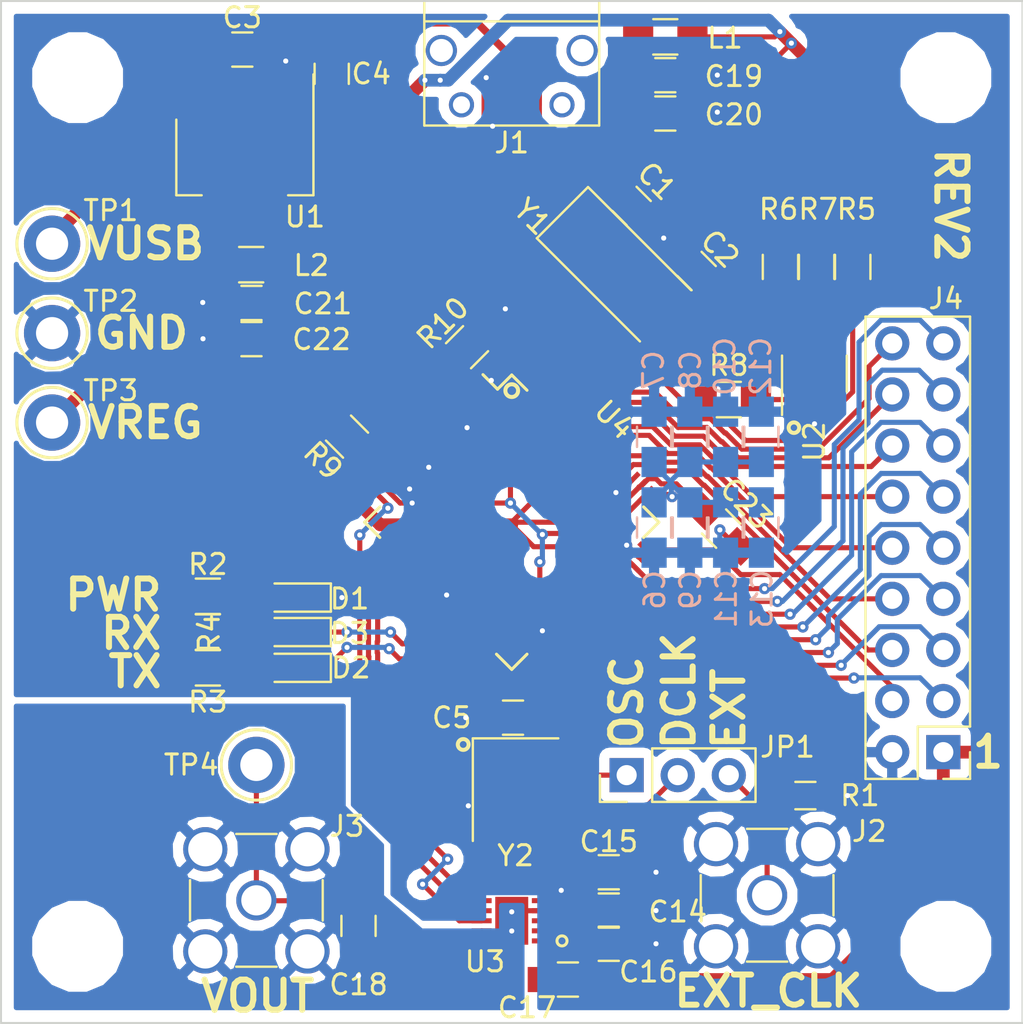
<source format=kicad_pcb>
(kicad_pcb (version 4) (host pcbnew 4.0.6)
  (layers (0 F.Cu signal hide) (31 B.Cu signal hide) (34 B.Paste user hide) (35 F.Paste user hide) (36 B.SilkS user hide) (37 F.SilkS user) (38 B.Mask user hide) (39 F.Mask user) (44 Edge.Cuts user))
  (net 0 "")
  (net 1 "Net-(C3-Pad1)")
  (net 2 GNDA)
  (net 3 +3V3)
  (net 4 "Net-(C10-Pad1)")
  (net 5 "Net-(C14-Pad1)")
  (net 6 "Net-(C17-Pad2)")
  (net 7 "Net-(C18-Pad1)")
  (net 8 FTVPHY)
  (net 9 FTVPLL)
  (net 10 "Net-(D1-Pad2)")
  (net 11 "Net-(D2-Pad2)")
  (net 12 FTTXLED)
  (net 13 "Net-(D3-Pad2)")
  (net 14 FTRXLED)
  (net 15 USB_D-)
  (net 16 USB_D+)
  (net 17 "Net-(J2-Pad1)")
  (net 18 "Net-(J4-Pad3)")
  (net 19 "Net-(J4-Pad4)")
  (net 20 "Net-(J4-Pad5)")
  (net 21 "Net-(J4-Pad6)")
  (net 22 "Net-(J4-Pad7)")
  (net 23 "Net-(J4-Pad8)")
  (net 24 "Net-(J4-Pad9)")
  (net 25 "Net-(J4-Pad10)")
  (net 26 "Net-(J4-Pad11)")
  (net 27 "Net-(J4-Pad12)")
  (net 28 "Net-(J4-Pad13)")
  (net 29 "Net-(J4-Pad14)")
  (net 30 "Net-(J4-Pad15)")
  (net 31 "Net-(J4-Pad16)")
  (net 32 "Net-(J4-Pad17)")
  (net 33 "Net-(J4-Pad18)")
  (net 34 "Net-(JP1-Pad1)")
  (net 35 DAC_CLK)
  (net 36 EEDATA)
  (net 37 EECS)
  (net 38 EECLK)
  (net 39 "Net-(R8-Pad2)")
  (net 40 "Net-(R9-Pad1)")
  (net 41 "Net-(R10-Pad1)")
  (net 42 FTOSC-)
  (net 43 FTOSC+)
  (net 44 /SDATA)
  (net 45 /SCK)
  (net 46 /~FSYNC)
  (net 47 "Net-(U4-Pad18)")
  (net 48 "Net-(U4-Pad21)")
  (net 49 "Net-(U4-Pad22)")
  (net 50 "Net-(U4-Pad23)")
  (net 51 "Net-(U4-Pad24)")
  (net 52 "Net-(U4-Pad26)")
  (net 53 "Net-(U4-Pad27)")
  (net 54 "Net-(U4-Pad28)")
  (net 55 "Net-(U4-Pad32)")
  (net 56 "Net-(U4-Pad33)")
  (net 57 "Net-(U4-Pad34)")
  (net 58 "Net-(U4-Pad36)")
  (net 59 "Net-(U4-Pad60)")
  (net 60 "Net-(Y2-Pad1)")
  (module USB_Micro-B-circular (layer F.Cu) (at 48.26 21.59 180)
    (fp_text reference J1 (at 0 -3.24 180) (layer F.SilkS))
    (fp_text value USB_B)
    (pad 1 smd rect (at -1.3 -1.35 270) (size 1.35 0.4) (layers F.Cu F.Paste F.Mask) (net 1 "Net-(C3-Pad1)"))
    (pad 2 smd rect (at -0.65 -1.35 270) (size 1.35 0.4) (layers F.Cu F.Paste F.Mask) (net 15 USB_D-))
    (pad 3 smd rect (at 0 -1.35 270) (size 1.35 0.4) (layers F.Cu F.Paste F.Mask) (net 16 USB_D+))
    (pad 4 smd rect (at 0.65 -1.35 270) (size 1.35 0.4) (layers F.Cu F.Paste F.Mask) (net 2 GNDA))
    (pad 5 smd rect (at 1.3 -1.35 270) (size 1.35 0.4) (layers F.Cu F.Paste F.Mask) (net 2 GNDA))
    (pad 6 thru_hole circle (at -2.5 -1.35 270) (size 1.25 1.25) (drill 0.85) (layers *.Cu *.Mask))
    (pad 6 thru_hole circle (at 2.5 -1.35 270) (size 1.25 1.25) (drill 0.85) (layers *.Cu *.Mask))
    (pad 6 thru_hole circle (at -3.5 1.35 270) (size 1.55 1.55) (drill 1.15) (layers *.Cu *.Mask))
    (pad 6 thru_hole circle (at 3.5 1.35 270) (size 1.55 1.55) (drill 1.15) (layers *.Cu *.Mask))
  )
  (module Mounting_Holes:MountingHole_3.5mm (layer F.Cu) (at 69.85 64.77)
    (fp_text reference "" (at 0 -4.5) (layer F.SilkS))
    (fp_text value MountingHole_3.5mm)
    (pad 1 np_thru_hole circle (at 0 0) (size 3.5 3.5) (drill 3.5) (layers *.Cu *.Mask))
  )
  (module Mounting_Holes:MountingHole_3.5mm (layer F.Cu) (at 26.67 64.77)
    (fp_text reference "" (at 0 -4.5) (layer F.SilkS))
    (fp_text value MountingHole_3.5mm)
    (pad 1 np_thru_hole circle (at 0 0) (size 3.5 3.5) (drill 3.5) (layers *.Cu *.Mask))
  )
  (module Mounting_Holes:MountingHole_3.5mm (layer F.Cu) (at 69.85 21.59)
    (fp_text reference "" (at 0 -4.5) (layer F.SilkS))
    (fp_text value MountingHole_3.5mm)
    (pad 1 np_thru_hole circle (at 0 0) (size 3.5 3.5) (drill 3.5) (layers *.Cu *.Mask))
  )
  (module Capacitors_SMD:C_0805_HandSoldering (layer F.Cu) (at 54.220913 27.968664 315)
    (fp_text reference C1 (at 0 -1.75 315) (layer F.SilkS))
    (fp_text value 27p)
    (pad 1 smd rect (at -1.25 0 315) (size 1.5 1.25) (layers F.Cu F.Paste F.Mask) (net 42 FTOSC-))
    (pad 2 smd rect (at 1.25 0 315) (size 1.5 1.25) (layers F.Cu F.Paste F.Mask) (net 2 GNDA))
  )
  (module Capacitors_SMD:C_0805_HandSoldering (layer F.Cu) (at 57.453805 31.201556 135)
    (fp_text reference C2 (at -0.038282 1.597532 135) (layer F.SilkS))
    (fp_text value 27p)
    (pad 1 smd rect (at -1.25 0 135) (size 1.5 1.25) (layers F.Cu F.Paste F.Mask) (net 43 FTOSC+))
    (pad 2 smd rect (at 1.25 0 135) (size 1.5 1.25) (layers F.Cu F.Paste F.Mask) (net 2 GNDA))
  )
  (module Capacitors_SMD:C_0805_HandSoldering (layer F.Cu) (at 34.8615 20.193)
    (fp_text reference C3 (at 0 -1.5875) (layer F.SilkS))
    (fp_text value 100n)
    (pad 1 smd rect (at -1.25 0) (size 1.5 1.25) (layers F.Cu F.Paste F.Mask) (net 1 "Net-(C3-Pad1)"))
    (pad 2 smd rect (at 1.25 0) (size 1.5 1.25) (layers F.Cu F.Paste F.Mask) (net 2 GNDA))
  )
  (module Capacitors_SMD:C_0805_HandSoldering (layer F.Cu) (at 39.3065 21.3995 90)
    (fp_text reference C4 (at 0 1.9685 180) (layer F.SilkS))
    (fp_text value 10u)
    (pad 1 smd rect (at -1.25 0 90) (size 1.5 1.25) (layers F.Cu F.Paste F.Mask) (net 3 +3V3))
    (pad 2 smd rect (at 1.25 0 90) (size 1.5 1.25) (layers F.Cu F.Paste F.Mask) (net 2 GNDA))
  )
  (module Capacitors_SMD:C_0805_HandSoldering (layer F.Cu) (at 48.3235 53.4035 180)
    (fp_text reference C5 (at 3.048 0 180) (layer F.SilkS))
    (fp_text value 100n)
    (pad 1 smd rect (at -1.25 0 180) (size 1.5 1.25) (layers F.Cu F.Paste F.Mask) (net 3 +3V3))
    (pad 2 smd rect (at 1.25 0 180) (size 1.5 1.25) (layers F.Cu F.Paste F.Mask) (net 2 GNDA))
  )
  (module Capacitors_SMD:C_0805_HandSoldering (layer B.Cu) (at 55.339561 43.952298 270)
    (fp_text reference C6 (at 3.101202 -0.032439 270) (layer B.SilkS) (effects (justify mirror)))
    (fp_text value 3.3u)
    (pad 1 smd rect (at -1.25 0 270) (size 1.5 1.25) (layers B.Cu B.Paste B.Mask) (net 4 "Net-(C10-Pad1)"))
    (pad 2 smd rect (at 1.25 0 270) (size 1.5 1.25) (layers B.Cu B.Paste B.Mask) (net 2 GNDA))
  )
  (module Capacitors_SMD:C_0805_HandSoldering (layer B.Cu) (at 55.339561 39.443797 90)
    (fp_text reference C7 (at 3.312297 -0.031061 90) (layer B.SilkS) (effects (justify mirror)))
    (fp_text value 100n)
    (pad 1 smd rect (at -1.25 0 90) (size 1.5 1.25) (layers B.Cu B.Paste B.Mask) (net 4 "Net-(C10-Pad1)"))
    (pad 2 smd rect (at 1.25 0 90) (size 1.5 1.25) (layers B.Cu B.Paste B.Mask) (net 2 GNDA))
  )
  (module Capacitors_SMD:C_0805_HandSoldering (layer B.Cu) (at 57.117562 39.443797 90)
    (fp_text reference C8 (at 3.312297 0.032438 90) (layer B.SilkS) (effects (justify mirror)))
    (fp_text value 100n)
    (pad 1 smd rect (at -1.25 0 90) (size 1.5 1.25) (layers B.Cu B.Paste B.Mask) (net 4 "Net-(C10-Pad1)"))
    (pad 2 smd rect (at 1.25 0 90) (size 1.5 1.25) (layers B.Cu B.Paste B.Mask) (net 2 GNDA))
  )
  (module Capacitors_SMD:C_0805_HandSoldering (layer B.Cu) (at 57.117562 43.952298 270)
    (fp_text reference C9 (at 3.101202 -0.032438 270) (layer B.SilkS) (effects (justify mirror)))
    (fp_text value 100n)
    (pad 1 smd rect (at -1.25 0 270) (size 1.5 1.25) (layers B.Cu B.Paste B.Mask) (net 4 "Net-(C10-Pad1)"))
    (pad 2 smd rect (at 1.25 0 270) (size 1.5 1.25) (layers B.Cu B.Paste B.Mask) (net 2 GNDA))
  )
  (module Capacitors_SMD:C_0805_HandSoldering (layer B.Cu) (at 58.895562 39.443797 90)
    (fp_text reference C10 (at 3.502797 -0.031062 90) (layer B.SilkS) (effects (justify mirror)))
    (fp_text value 100n)
    (pad 1 smd rect (at -1.25 0 90) (size 1.5 1.25) (layers B.Cu B.Paste B.Mask) (net 4 "Net-(C10-Pad1)"))
    (pad 2 smd rect (at 1.25 0 90) (size 1.5 1.25) (layers B.Cu B.Paste B.Mask) (net 2 GNDA))
  )
  (module Capacitors_SMD:C_0805_HandSoldering (layer B.Cu) (at 58.895562 43.952298 270)
    (fp_text reference C11 (at 3.545702 -0.032438 270) (layer B.SilkS) (effects (justify mirror)))
    (fp_text value 100n)
    (pad 1 smd rect (at -1.25 0 270) (size 1.5 1.25) (layers B.Cu B.Paste B.Mask) (net 4 "Net-(C10-Pad1)"))
    (pad 2 smd rect (at 1.25 0 270) (size 1.5 1.25) (layers B.Cu B.Paste B.Mask) (net 2 GNDA))
  )
  (module Capacitors_SMD:C_0805_HandSoldering (layer B.Cu) (at 60.673562 39.443797 90)
    (fp_text reference C12 (at 3.502797 -0.031062 90) (layer B.SilkS) (effects (justify mirror)))
    (fp_text value 100n)
    (pad 1 smd rect (at -1.25 0 90) (size 1.5 1.25) (layers B.Cu B.Paste B.Mask) (net 4 "Net-(C10-Pad1)"))
    (pad 2 smd rect (at 1.25 0 90) (size 1.5 1.25) (layers B.Cu B.Paste B.Mask) (net 2 GNDA))
  )
  (module Capacitors_SMD:C_0805_HandSoldering (layer B.Cu) (at 60.673562 43.952298 270)
    (fp_text reference C13 (at 3.545702 -0.032438 270) (layer B.SilkS) (effects (justify mirror)))
    (fp_text value 100n)
    (pad 1 smd rect (at -1.25 0 270) (size 1.5 1.25) (layers B.Cu B.Paste B.Mask) (net 4 "Net-(C10-Pad1)"))
    (pad 2 smd rect (at 1.25 0 270) (size 1.5 1.25) (layers B.Cu B.Paste B.Mask) (net 2 GNDA))
  )
  (module Capacitors_SMD:C_0805_HandSoldering (layer F.Cu) (at 53.086 62.992)
    (fp_text reference C14 (at 3.429 0.0635) (layer F.SilkS))
    (fp_text value 100n)
    (pad 1 smd rect (at -1.25 0) (size 1.5 1.25) (layers F.Cu F.Paste F.Mask) (net 5 "Net-(C14-Pad1)"))
    (pad 2 smd rect (at 1.25 0) (size 1.5 1.25) (layers F.Cu F.Paste F.Mask) (net 2 GNDA))
  )
  (module Capacitors_SMD:C_0805_HandSoldering (layer F.Cu) (at 53.086 61.087)
    (fp_text reference C15 (at 0 -1.524) (layer F.SilkS))
    (fp_text value 10u)
    (pad 1 smd rect (at -1.25 0) (size 1.5 1.25) (layers F.Cu F.Paste F.Mask) (net 5 "Net-(C14-Pad1)"))
    (pad 2 smd rect (at 1.25 0) (size 1.5 1.25) (layers F.Cu F.Paste F.Mask) (net 2 GNDA))
  )
  (module Capacitors_SMD:C_0805_HandSoldering (layer F.Cu) (at 53.086 64.643)
    (fp_text reference C16 (at 1.9685 1.397) (layer F.SilkS))
    (fp_text value 100n)
    (pad 1 smd rect (at -1.25 0) (size 1.5 1.25) (layers F.Cu F.Paste F.Mask) (net 3 +3V3))
    (pad 2 smd rect (at 1.25 0) (size 1.5 1.25) (layers F.Cu F.Paste F.Mask) (net 2 GNDA))
  )
  (module Capacitors_SMD:C_0805_HandSoldering (layer F.Cu) (at 51.054 66.421 180)
    (fp_text reference C17 (at 2.032 -1.397 180) (layer F.SilkS))
    (fp_text value 10n)
    (pad 1 smd rect (at -1.25 0 180) (size 1.5 1.25) (layers F.Cu F.Paste F.Mask) (net 3 +3V3))
    (pad 2 smd rect (at 1.25 0 180) (size 1.5 1.25) (layers F.Cu F.Paste F.Mask) (net 6 "Net-(C17-Pad2)"))
  )
  (module Capacitors_SMD:C_0805_HandSoldering (layer F.Cu) (at 40.64 63.754 270)
    (fp_text reference C18 (at 2.921 0 360) (layer F.SilkS))
    (fp_text value 100n)
    (pad 1 smd rect (at -1.25 0 270) (size 1.5 1.25) (layers F.Cu F.Paste F.Mask) (net 7 "Net-(C18-Pad1)"))
    (pad 2 smd rect (at 1.25 0 270) (size 1.5 1.25) (layers F.Cu F.Paste F.Mask) (net 2 GNDA))
  )
  (module Capacitors_SMD:C_0805_HandSoldering (layer F.Cu) (at 55.897784 21.467386)
    (fp_text reference C19 (at 3.411216 0.059114) (layer F.SilkS))
    (fp_text value 4.7u)
    (pad 1 smd rect (at -1.25 0) (size 1.5 1.25) (layers F.Cu F.Paste F.Mask) (net 8 FTVPHY))
    (pad 2 smd rect (at 1.25 0) (size 1.5 1.25) (layers F.Cu F.Paste F.Mask) (net 2 GNDA))
  )
  (module Capacitors_SMD:C_0805_HandSoldering (layer F.Cu) (at 55.897783 23.372386)
    (fp_text reference C20 (at 3.411217 0.059114) (layer F.SilkS))
    (fp_text value 100n)
    (pad 1 smd rect (at -1.25 0) (size 1.5 1.25) (layers F.Cu F.Paste F.Mask) (net 8 FTVPHY))
    (pad 2 smd rect (at 1.25 0) (size 1.5 1.25) (layers F.Cu F.Paste F.Mask) (net 2 GNDA))
  )
  (module Capacitors_SMD:C_0805_HandSoldering (layer F.Cu) (at 35.316728 32.790583 180)
    (fp_text reference C21 (at -3.545272 -0.038917 180) (layer F.SilkS))
    (fp_text value 4.7u)
    (pad 1 smd rect (at -1.25 0 180) (size 1.5 1.25) (layers F.Cu F.Paste F.Mask) (net 9 FTVPLL))
    (pad 2 smd rect (at 1.25 0 180) (size 1.5 1.25) (layers F.Cu F.Paste F.Mask) (net 2 GNDA))
  )
  (module Capacitors_SMD:C_0805_HandSoldering (layer F.Cu) (at 35.316728 34.586634 180)
    (fp_text reference C22 (at -3.481772 -0.020866 180) (layer F.SilkS))
    (fp_text value 100n)
    (pad 1 smd rect (at -1.25 0 180) (size 1.5 1.25) (layers F.Cu F.Paste F.Mask) (net 9 FTVPLL))
    (pad 2 smd rect (at 1.25 0 180) (size 1.5 1.25) (layers F.Cu F.Paste F.Mask) (net 2 GNDA))
  )
  (module Capacitors_SMD:C_0805_HandSoldering (layer F.Cu) (at 58.674 44.0055 315)
    (fp_text reference C23 (at 0 -1.75 315) (layer F.SilkS))
    (fp_text value 100n)
    (pad 1 smd rect (at -1.25 0 315) (size 1.5 1.25) (layers F.Cu F.Paste F.Mask) (net 3 +3V3))
    (pad 2 smd rect (at 1.25 0 315) (size 1.5 1.25) (layers F.Cu F.Paste F.Mask) (net 2 GNDA))
  )
  (module LEDs:LED_0805 (layer F.Cu) (at 37.465 47.4345 180)
    (fp_text reference D1 (at -2.7305 -0.0635 180) (layer F.SilkS))
    (fp_text value LED_Small)
    (pad 2 smd rect (at 1.1 0) (size 1.2 1.2) (layers F.Cu F.Paste F.Mask) (net 10 "Net-(D1-Pad2)"))
    (pad 1 smd rect (at -1.1 0) (size 1.2 1.2) (layers F.Cu F.Paste F.Mask) (net 2 GNDA))
  )
  (module LEDs:LED_0805 (layer F.Cu) (at 37.465 50.927 180)
    (fp_text reference D2 (at -2.794 0 180) (layer F.SilkS))
    (fp_text value LED_Small)
    (pad 2 smd rect (at 1.1 0) (size 1.2 1.2) (layers F.Cu F.Paste F.Mask) (net 11 "Net-(D2-Pad2)"))
    (pad 1 smd rect (at -1.1 0) (size 1.2 1.2) (layers F.Cu F.Paste F.Mask) (net 12 FTTXLED))
  )
  (module LEDs:LED_0805 (layer F.Cu) (at 37.465 49.149 180)
    (fp_text reference D3 (at -2.7305 -0.0635 180) (layer F.SilkS))
    (fp_text value LED_Small)
    (pad 2 smd rect (at 1.1 0) (size 1.2 1.2) (layers F.Cu F.Paste F.Mask) (net 13 "Net-(D3-Pad2)"))
    (pad 1 smd rect (at -1.1 0) (size 1.2 1.2) (layers F.Cu F.Paste F.Mask) (net 14 FTRXLED))
  )
  (module Connectors:SMA_THT_Jack_Straight (layer F.Cu) (at 60.96 62.23)
    (fp_text reference J2 (at 5.08 -3.175) (layer F.SilkS))
    (fp_text value EXT_CLK)
    (pad 2 thru_hole circle (at -2.54 2.54) (size 2.2 2.2) (drill 1.7) (layers *.Cu *.Mask) (net 2 GNDA))
    (pad 2 thru_hole circle (at -2.54 -2.54) (size 2.2 2.2) (drill 1.7) (layers *.Cu *.Mask) (net 2 GNDA))
    (pad 2 thru_hole circle (at 2.54 -2.54) (size 2.2 2.2) (drill 1.7) (layers *.Cu *.Mask) (net 2 GNDA))
    (pad 2 thru_hole circle (at 2.54 2.54) (size 2.2 2.2) (drill 1.7) (layers *.Cu *.Mask) (net 2 GNDA))
    (pad 1 thru_hole circle (at 0 0) (size 2 2) (drill 1.5) (layers *.Cu *.Mask) (net 17 "Net-(J2-Pad1)"))
  )
  (module Connectors:SMA_THT_Jack_Straight (layer F.Cu) (at 35.56 62.484)
    (fp_text reference J3 (at 4.5085 -3.683) (layer F.SilkS))
    (fp_text value VOUT)
    (pad 2 thru_hole circle (at -2.54 2.54) (size 2.2 2.2) (drill 1.7) (layers *.Cu *.Mask) (net 2 GNDA))
    (pad 2 thru_hole circle (at -2.54 -2.54) (size 2.2 2.2) (drill 1.7) (layers *.Cu *.Mask) (net 2 GNDA))
    (pad 2 thru_hole circle (at 2.54 -2.54) (size 2.2 2.2) (drill 1.7) (layers *.Cu *.Mask) (net 2 GNDA))
    (pad 2 thru_hole circle (at 2.54 2.54) (size 2.2 2.2) (drill 1.7) (layers *.Cu *.Mask) (net 2 GNDA))
    (pad 1 thru_hole circle (at 0 0) (size 2 2) (drill 1.5) (layers *.Cu *.Mask) (net 7 "Net-(C18-Pad1)"))
  )
  (module Pin_Headers:Pin_Header_Straight_2x09_Pitch2.54mm (layer F.Cu) (at 69.723 55.118 180)
    (fp_text reference J4 (at -0.127 22.5425 360) (layer F.SilkS))
    (fp_text value CONN_02X09)
    (pad 1 thru_hole rect (at 0 0 180) (size 1.7 1.7) (drill 1) (layers *.Cu *.Mask) (net 3 +3V3))
    (pad 2 thru_hole oval (at 2.54 0 180) (size 1.7 1.7) (drill 1) (layers *.Cu *.Mask) (net 2 GNDA))
    (pad 3 thru_hole oval (at 0 2.54 180) (size 1.7 1.7) (drill 1) (layers *.Cu *.Mask) (net 18 "Net-(J4-Pad3)"))
    (pad 4 thru_hole oval (at 2.54 2.54 180) (size 1.7 1.7) (drill 1) (layers *.Cu *.Mask) (net 19 "Net-(J4-Pad4)"))
    (pad 5 thru_hole oval (at 0 5.08 180) (size 1.7 1.7) (drill 1) (layers *.Cu *.Mask) (net 20 "Net-(J4-Pad5)"))
    (pad 6 thru_hole oval (at 2.54 5.08 180) (size 1.7 1.7) (drill 1) (layers *.Cu *.Mask) (net 21 "Net-(J4-Pad6)"))
    (pad 7 thru_hole oval (at 0 7.62 180) (size 1.7 1.7) (drill 1) (layers *.Cu *.Mask) (net 22 "Net-(J4-Pad7)"))
    (pad 8 thru_hole oval (at 2.54 7.62 180) (size 1.7 1.7) (drill 1) (layers *.Cu *.Mask) (net 23 "Net-(J4-Pad8)"))
    (pad 9 thru_hole oval (at 0 10.16 180) (size 1.7 1.7) (drill 1) (layers *.Cu *.Mask) (net 24 "Net-(J4-Pad9)"))
    (pad 10 thru_hole oval (at 2.54 10.16 180) (size 1.7 1.7) (drill 1) (layers *.Cu *.Mask) (net 25 "Net-(J4-Pad10)"))
    (pad 11 thru_hole oval (at 0 12.7 180) (size 1.7 1.7) (drill 1) (layers *.Cu *.Mask) (net 26 "Net-(J4-Pad11)"))
    (pad 12 thru_hole oval (at 2.54 12.7 180) (size 1.7 1.7) (drill 1) (layers *.Cu *.Mask) (net 27 "Net-(J4-Pad12)"))
    (pad 13 thru_hole oval (at 0 15.24 180) (size 1.7 1.7) (drill 1) (layers *.Cu *.Mask) (net 28 "Net-(J4-Pad13)"))
    (pad 14 thru_hole oval (at 2.54 15.24 180) (size 1.7 1.7) (drill 1) (layers *.Cu *.Mask) (net 29 "Net-(J4-Pad14)"))
    (pad 15 thru_hole oval (at 0 17.78 180) (size 1.7 1.7) (drill 1) (layers *.Cu *.Mask) (net 30 "Net-(J4-Pad15)"))
    (pad 16 thru_hole oval (at 2.54 17.78 180) (size 1.7 1.7) (drill 1) (layers *.Cu *.Mask) (net 31 "Net-(J4-Pad16)"))
    (pad 17 thru_hole oval (at 0 20.32 180) (size 1.7 1.7) (drill 1) (layers *.Cu *.Mask) (net 32 "Net-(J4-Pad17)"))
    (pad 18 thru_hole oval (at 2.54 20.32 180) (size 1.7 1.7) (drill 1) (layers *.Cu *.Mask) (net 33 "Net-(J4-Pad18)"))
  )
  (module Pin_Headers:Pin_Header_Straight_1x03_Pitch2.54mm (layer F.Cu) (at 53.975 56.261 90)
    (fp_text reference JP1 (at 1.397 8.001 360) (layer F.SilkS))
    (fp_text value CLK_SELECT)
    (pad 1 thru_hole rect (at 0 0 90) (size 1.7 1.7) (drill 1) (layers *.Cu *.Mask) (net 34 "Net-(JP1-Pad1)"))
    (pad 2 thru_hole oval (at 0 2.54 90) (size 1.7 1.7) (drill 1) (layers *.Cu *.Mask) (net 35 DAC_CLK))
    (pad 3 thru_hole oval (at 0 5.08 90) (size 1.7 1.7) (drill 1) (layers *.Cu *.Mask) (net 17 "Net-(J2-Pad1)"))
  )
  (module Inductors_SMD:L_0805_HandSoldering (layer F.Cu) (at 55.897784 19.562387 180)
    (fp_text reference L1 (at -2.966716 -0.059113 180) (layer F.SilkS))
    (fp_text value 800m)
    (pad 1 smd rect (at -1.35 0 180) (size 1.5 1.3) (layers F.Cu F.Paste F.Mask) (net 3 +3V3))
    (pad 2 smd rect (at 1.35 0 180) (size 1.5 1.3) (layers F.Cu F.Paste F.Mask) (net 8 FTVPHY))
  )
  (module Inductors_SMD:L_0805_HandSoldering (layer F.Cu) (at 35.3022 30.8864)
    (fp_text reference L2 (at 2.9883 0.0381) (layer F.SilkS))
    (fp_text value 800m)
    (pad 1 smd rect (at -1.35 0) (size 1.5 1.3) (layers F.Cu F.Paste F.Mask) (net 3 +3V3))
    (pad 2 smd rect (at 1.35 0) (size 1.5 1.3) (layers F.Cu F.Paste F.Mask) (net 9 FTVPLL))
  )
  (module Resistors_SMD:R_0603_HandSoldering (layer F.Cu) (at 62.865 57.277)
    (fp_text reference R1 (at 2.71 0) (layer F.SilkS))
    (fp_text value 50)
    (pad 1 smd rect (at -1.1 0) (size 1.2 0.9) (layers F.Cu F.Paste F.Mask) (net 17 "Net-(J2-Pad1)"))
    (pad 2 smd rect (at 1.1 0) (size 1.2 0.9) (layers F.Cu F.Paste F.Mask) (net 2 GNDA))
  )
  (module Resistors_SMD:R_0805_HandSoldering (layer F.Cu) (at 33.147 47.371 180)
    (fp_text reference R2 (at 0 1.5875 180) (layer F.SilkS))
    (fp_text value 470)
    (pad 1 smd rect (at -1.35 0 180) (size 1.5 1.3) (layers F.Cu F.Paste F.Mask) (net 10 "Net-(D1-Pad2)"))
    (pad 2 smd rect (at 1.35 0 180) (size 1.5 1.3) (layers F.Cu F.Paste F.Mask) (net 3 +3V3))
  )
  (module Resistors_SMD:R_0805_HandSoldering (layer F.Cu) (at 33.147 50.927 180)
    (fp_text reference R3 (at 0 -1.7 180) (layer F.SilkS))
    (fp_text value 470)
    (pad 1 smd rect (at -1.35 0 180) (size 1.5 1.3) (layers F.Cu F.Paste F.Mask) (net 11 "Net-(D2-Pad2)"))
    (pad 2 smd rect (at 1.35 0 180) (size 1.5 1.3) (layers F.Cu F.Paste F.Mask) (net 3 +3V3))
  )
  (module Resistors_SMD:R_0805_HandSoldering (layer F.Cu) (at 33.147 49.149 180)
    (fp_text reference R4 (at -0.0635 -0.0635 270) (layer F.SilkS))
    (fp_text value 470)
    (pad 1 smd rect (at -1.35 0 180) (size 1.5 1.3) (layers F.Cu F.Paste F.Mask) (net 13 "Net-(D3-Pad2)"))
    (pad 2 smd rect (at 1.35 0 180) (size 1.5 1.3) (layers F.Cu F.Paste F.Mask) (net 3 +3V3))
  )
  (module Resistors_SMD:R_0805_HandSoldering (layer F.Cu) (at 65.217519 30.997991 270)
    (fp_text reference R5 (at -2.867491 -0.187481 360) (layer F.SilkS))
    (fp_text value 10k)
    (pad 1 smd rect (at -1.35 0 270) (size 1.5 1.3) (layers F.Cu F.Paste F.Mask) (net 3 +3V3))
    (pad 2 smd rect (at 1.35 0 270) (size 1.5 1.3) (layers F.Cu F.Paste F.Mask) (net 36 EEDATA))
  )
  (module Resistors_SMD:R_0805_HandSoldering (layer F.Cu) (at 61.625416 30.997991 270)
    (fp_text reference R6 (at -2.867491 0.093916 360) (layer F.SilkS))
    (fp_text value 10k)
    (pad 1 smd rect (at -1.35 0 270) (size 1.5 1.3) (layers F.Cu F.Paste F.Mask) (net 3 +3V3))
    (pad 2 smd rect (at 1.35 0 270) (size 1.5 1.3) (layers F.Cu F.Paste F.Mask) (net 37 EECS))
  )
  (module Resistors_SMD:R_0805_HandSoldering (layer F.Cu) (at 63.421467 30.997991 270)
    (fp_text reference R7 (at -2.867491 -0.078533 360) (layer F.SilkS))
    (fp_text value 10k)
    (pad 1 smd rect (at -1.35 0 270) (size 1.5 1.3) (layers F.Cu F.Paste F.Mask) (net 3 +3V3))
    (pad 2 smd rect (at 1.35 0 270) (size 1.5 1.3) (layers F.Cu F.Paste F.Mask) (net 38 EECLK))
  )
  (module Resistors_SMD:R_0805_HandSoldering (layer F.Cu) (at 59.055 37.592)
    (fp_text reference R8 (at 0 -1.7) (layer F.SilkS))
    (fp_text value 2.2k)
    (pad 1 smd rect (at -1.35 0) (size 1.5 1.3) (layers F.Cu F.Paste F.Mask) (net 36 EEDATA))
    (pad 2 smd rect (at 1.35 0) (size 1.5 1.3) (layers F.Cu F.Paste F.Mask) (net 39 "Net-(R8-Pad2)"))
  )
  (module Resistors_SMD:R_0805_HandSoldering (layer F.Cu) (at 40.0685 39.4335 135)
    (fp_text reference R9 (at 0 -1.7 135) (layer F.SilkS))
    (fp_text value 1k)
    (pad 1 smd rect (at -1.35 0 135) (size 1.5 1.3) (layers F.Cu F.Paste F.Mask) (net 40 "Net-(R9-Pad1)"))
    (pad 2 smd rect (at 1.35 0 135) (size 1.5 1.3) (layers F.Cu F.Paste F.Mask) (net 3 +3V3))
  )
  (module Resistors_SMD:R_0805_HandSoldering (layer F.Cu) (at 46.0375 34.9885 45)
    (fp_text reference R10 (at 0 -1.7 45) (layer F.SilkS))
    (fp_text value 12k)
    (pad 1 smd rect (at -1.35 0 45) (size 1.5 1.3) (layers F.Cu F.Paste F.Mask) (net 41 "Net-(R10-Pad1)"))
    (pad 2 smd rect (at 1.35 0 45) (size 1.5 1.3) (layers F.Cu F.Paste F.Mask) (net 2 GNDA))
  )
  (module WG:SOT-223 (layer F.Cu) (at 34.9885 25.527 270)
    (fp_text reference U1 (at 2.9845 -2.9845 360) (layer F.SilkS))
    (fp_text value LD1117S33TR)
    (pad 4 smd rect (at 3.15 0 270) (size 2 3.8) (layers F.Cu F.Paste F.Mask))
    (pad 2 smd rect (at -3.15 0 270) (size 2 1.5) (layers F.Cu F.Paste F.Mask) (net 3 +3V3))
    (pad 3 smd rect (at -3.15 2.3 270) (size 2 1.5) (layers F.Cu F.Paste F.Mask) (net 1 "Net-(C3-Pad1)"))
    (pad 1 smd rect (at -3.15 -2.3 270) (size 2 1.5) (layers F.Cu F.Paste F.Mask) (net 2 GNDA))
  )
  (module TO_SOT_Packages_SMD:SOT-23-6_Handsoldering (layer F.Cu) (at 63.312 36.3055 90)
    (fp_text reference U2 (at -3.382 -0.0025 90) (layer F.SilkS))
    (fp_text value 93LC46BT)
    (pad 1 smd rect (at -1.35 -0.95 90) (size 1.56 0.65) (layers F.Cu F.Paste F.Mask) (net 39 "Net-(R8-Pad2)"))
    (pad 2 smd rect (at -1.35 0 90) (size 1.56 0.65) (layers F.Cu F.Paste F.Mask) (net 2 GNDA))
    (pad 3 smd rect (at -1.35 0.95 90) (size 1.56 0.65) (layers F.Cu F.Paste F.Mask) (net 36 EEDATA))
    (pad 4 smd rect (at 1.35 0.95 90) (size 1.56 0.65) (layers F.Cu F.Paste F.Mask) (net 38 EECLK))
    (pad 6 smd rect (at 1.35 -0.95 90) (size 1.56 0.65) (layers F.Cu F.Paste F.Mask) (net 3 +3V3))
    (pad 5 smd rect (at 1.35 0 90) (size 1.56 0.65) (layers F.Cu F.Paste F.Mask) (net 37 EECS))
  )
  (module WG:AD9837 (layer F.Cu) (at 48.26 63.5 180)
    (fp_text reference U3 (at 1.3335 -2.032 180) (layer F.SilkS))
    (fp_text value AD9837)
    (pad 11 smd rect (at 0 0 180) (size 1.64 2.38) (layers F.Cu F.Paste F.Mask) (net 2 GNDA))
    (pad 1 smd rect (at -1.5 -1 180) (size 1 0.25) (layers F.Cu F.Paste F.Mask) (net 6 "Net-(C17-Pad2)"))
    (pad 2 smd rect (at -1.5 -0.5 180) (size 1 0.25) (layers F.Cu F.Paste F.Mask) (net 3 +3V3))
    (pad 3 smd rect (at -1.5 0 180) (size 1 0.25) (layers F.Cu F.Paste F.Mask) (net 5 "Net-(C14-Pad1)"))
    (pad 4 smd rect (at -1.5 0.5 180) (size 1 0.25) (layers F.Cu F.Paste F.Mask) (net 2 GNDA))
    (pad 5 smd rect (at -1.5 1 180) (size 1 0.25) (layers F.Cu F.Paste F.Mask) (net 35 DAC_CLK))
    (pad 6 smd rect (at 1.5 1 180) (size 1 0.25) (layers F.Cu F.Paste F.Mask) (net 44 /SDATA))
    (pad 7 smd rect (at 1.5 0.5 180) (size 1 0.25) (layers F.Cu F.Paste F.Mask) (net 45 /SCK))
    (pad 8 smd rect (at 1.5 0 180) (size 1 0.25) (layers F.Cu F.Paste F.Mask) (net 46 /~FSYNC))
    (pad 9 smd rect (at 1.5 -0.5 180) (size 1 0.25) (layers F.Cu F.Paste F.Mask) (net 2 GNDA))
    (pad 10 smd rect (at 1.5 -1 180) (size 1 0.25) (layers F.Cu F.Paste F.Mask) (net 7 "Net-(C18-Pad1)"))
  )
  (module Housings_QFP:LQFP-64_10x10mm_Pitch0.5mm (layer F.Cu) (at 48.26 43.688 315)
    (fp_text reference U4 (at 0 -7.2 315) (layer F.SilkS))
    (fp_text value FT2232H)
    (pad 1 smd rect (at -5.7 -3.75 315) (size 1 0.25) (layers F.Cu F.Paste F.Mask) (net 2 GNDA))
    (pad 2 smd rect (at -5.7 -3.25 315) (size 1 0.25) (layers F.Cu F.Paste F.Mask) (net 42 FTOSC-))
    (pad 3 smd rect (at -5.7 -2.75 315) (size 1 0.25) (layers F.Cu F.Paste F.Mask) (net 43 FTOSC+))
    (pad 4 smd rect (at -5.7 -2.25 315) (size 1 0.25) (layers F.Cu F.Paste F.Mask) (net 8 FTVPHY))
    (pad 5 smd rect (at -5.7 -1.75 315) (size 1 0.25) (layers F.Cu F.Paste F.Mask) (net 2 GNDA))
    (pad 6 smd rect (at -5.7 -1.25 315) (size 1 0.25) (layers F.Cu F.Paste F.Mask) (net 41 "Net-(R10-Pad1)"))
    (pad 7 smd rect (at -5.7 -0.75 315) (size 1 0.25) (layers F.Cu F.Paste F.Mask) (net 15 USB_D-))
    (pad 8 smd rect (at -5.7 -0.25 315) (size 1 0.25) (layers F.Cu F.Paste F.Mask) (net 16 USB_D+))
    (pad 9 smd rect (at -5.7 0.25 315) (size 1 0.25) (layers F.Cu F.Paste F.Mask) (net 9 FTVPLL))
    (pad 10 smd rect (at -5.7 0.75 315) (size 1 0.25) (layers F.Cu F.Paste F.Mask) (net 2 GNDA))
    (pad 11 smd rect (at -5.7 1.25 315) (size 1 0.25) (layers F.Cu F.Paste F.Mask) (net 2 GNDA))
    (pad 12 smd rect (at -5.7 1.75 315) (size 1 0.25) (layers F.Cu F.Paste F.Mask) (net 4 "Net-(C10-Pad1)"))
    (pad 13 smd rect (at -5.7 2.25 315) (size 1 0.25) (layers F.Cu F.Paste F.Mask) (net 2 GNDA))
    (pad 14 smd rect (at -5.7 2.75 315) (size 1 0.25) (layers F.Cu F.Paste F.Mask) (net 40 "Net-(R9-Pad1)"))
    (pad 15 smd rect (at -5.7 3.25 315) (size 1 0.25) (layers F.Cu F.Paste F.Mask) (net 2 GNDA))
    (pad 16 smd rect (at -5.7 3.75 315) (size 1 0.25) (layers F.Cu F.Paste F.Mask) (net 45 /SCK))
    (pad 17 smd rect (at -3.75 5.7 45) (size 1 0.25) (layers F.Cu F.Paste F.Mask) (net 44 /SDATA))
    (pad 18 smd rect (at -3.25 5.7 45) (size 1 0.25) (layers F.Cu F.Paste F.Mask) (net 47 "Net-(U4-Pad18)"))
    (pad 19 smd rect (at -2.75 5.7 45) (size 1 0.25) (layers F.Cu F.Paste F.Mask) (net 46 /~FSYNC))
    (pad 20 smd rect (at -2.25 5.7 45) (size 1 0.25) (layers F.Cu F.Paste F.Mask) (net 3 +3V3))
    (pad 21 smd rect (at -1.75 5.7 45) (size 1 0.25) (layers F.Cu F.Paste F.Mask) (net 48 "Net-(U4-Pad21)"))
    (pad 22 smd rect (at -1.25 5.7 45) (size 1 0.25) (layers F.Cu F.Paste F.Mask) (net 49 "Net-(U4-Pad22)"))
    (pad 23 smd rect (at -0.75 5.7 45) (size 1 0.25) (layers F.Cu F.Paste F.Mask) (net 50 "Net-(U4-Pad23)"))
    (pad 24 smd rect (at -0.25 5.7 45) (size 1 0.25) (layers F.Cu F.Paste F.Mask) (net 51 "Net-(U4-Pad24)"))
    (pad 25 smd rect (at 0.25 5.7 45) (size 1 0.25) (layers F.Cu F.Paste F.Mask) (net 2 GNDA))
    (pad 26 smd rect (at 0.75 5.7 45) (size 1 0.25) (layers F.Cu F.Paste F.Mask) (net 52 "Net-(U4-Pad26)"))
    (pad 27 smd rect (at 1.25 5.7 45) (size 1 0.25) (layers F.Cu F.Paste F.Mask) (net 53 "Net-(U4-Pad27)"))
    (pad 28 smd rect (at 1.75 5.7 45) (size 1 0.25) (layers F.Cu F.Paste F.Mask) (net 54 "Net-(U4-Pad28)"))
    (pad 29 smd rect (at 2.25 5.7 45) (size 1 0.25) (layers F.Cu F.Paste F.Mask) (net 14 FTRXLED))
    (pad 30 smd rect (at 2.75 5.7 45) (size 1 0.25) (layers F.Cu F.Paste F.Mask) (net 12 FTTXLED))
    (pad 31 smd rect (at 3.25 5.7 45) (size 1 0.25) (layers F.Cu F.Paste F.Mask) (net 3 +3V3))
    (pad 32 smd rect (at 3.75 5.7 45) (size 1 0.25) (layers F.Cu F.Paste F.Mask) (net 55 "Net-(U4-Pad32)"))
    (pad 33 smd rect (at 5.7 3.75 315) (size 1 0.25) (layers F.Cu F.Paste F.Mask) (net 56 "Net-(U4-Pad33)"))
    (pad 34 smd rect (at 5.7 3.25 315) (size 1 0.25) (layers F.Cu F.Paste F.Mask) (net 57 "Net-(U4-Pad34)"))
    (pad 35 smd rect (at 5.7 2.75 315) (size 1 0.25) (layers F.Cu F.Paste F.Mask) (net 2 GNDA))
    (pad 36 smd rect (at 5.7 2.25 315) (size 1 0.25) (layers F.Cu F.Paste F.Mask) (net 58 "Net-(U4-Pad36)"))
    (pad 37 smd rect (at 5.7 1.75 315) (size 1 0.25) (layers F.Cu F.Paste F.Mask) (net 4 "Net-(C10-Pad1)"))
    (pad 38 smd rect (at 5.7 1.25 315) (size 1 0.25) (layers F.Cu F.Paste F.Mask) (net 18 "Net-(J4-Pad3)"))
    (pad 39 smd rect (at 5.7 0.75 315) (size 1 0.25) (layers F.Cu F.Paste F.Mask) (net 20 "Net-(J4-Pad5)"))
    (pad 40 smd rect (at 5.7 0.25 315) (size 1 0.25) (layers F.Cu F.Paste F.Mask) (net 22 "Net-(J4-Pad7)"))
    (pad 41 smd rect (at 5.7 -0.25 315) (size 1 0.25) (layers F.Cu F.Paste F.Mask) (net 24 "Net-(J4-Pad9)"))
    (pad 42 smd rect (at 5.7 -0.75 315) (size 1 0.25) (layers F.Cu F.Paste F.Mask) (net 3 +3V3))
    (pad 43 smd rect (at 5.7 -1.25 315) (size 1 0.25) (layers F.Cu F.Paste F.Mask) (net 26 "Net-(J4-Pad11)"))
    (pad 44 smd rect (at 5.7 -1.75 315) (size 1 0.25) (layers F.Cu F.Paste F.Mask) (net 28 "Net-(J4-Pad13)"))
    (pad 45 smd rect (at 5.7 -2.25 315) (size 1 0.25) (layers F.Cu F.Paste F.Mask) (net 30 "Net-(J4-Pad15)"))
    (pad 46 smd rect (at 5.7 -2.75 315) (size 1 0.25) (layers F.Cu F.Paste F.Mask) (net 32 "Net-(J4-Pad17)"))
    (pad 47 smd rect (at 5.7 -3.25 315) (size 1 0.25) (layers F.Cu F.Paste F.Mask) (net 2 GNDA))
    (pad 48 smd rect (at 5.7 -3.75 315) (size 1 0.25) (layers F.Cu F.Paste F.Mask) (net 19 "Net-(J4-Pad4)"))
    (pad 49 smd rect (at 3.75 -5.7 45) (size 1 0.25) (layers F.Cu F.Paste F.Mask) (net 4 "Net-(C10-Pad1)"))
    (pad 50 smd rect (at 3.25 -5.7 45) (size 1 0.25) (layers F.Cu F.Paste F.Mask) (net 3 +3V3))
    (pad 51 smd rect (at 2.75 -5.7 45) (size 1 0.25) (layers F.Cu F.Paste F.Mask) (net 2 GNDA))
    (pad 52 smd rect (at 2.25 -5.7 45) (size 1 0.25) (layers F.Cu F.Paste F.Mask) (net 21 "Net-(J4-Pad6)"))
    (pad 53 smd rect (at 1.75 -5.7 45) (size 1 0.25) (layers F.Cu F.Paste F.Mask) (net 23 "Net-(J4-Pad8)"))
    (pad 54 smd rect (at 1.25 -5.7 45) (size 1 0.25) (layers F.Cu F.Paste F.Mask) (net 25 "Net-(J4-Pad10)"))
    (pad 55 smd rect (at 0.75 -5.7 45) (size 1 0.25) (layers F.Cu F.Paste F.Mask) (net 27 "Net-(J4-Pad12)"))
    (pad 56 smd rect (at 0.25 -5.7 45) (size 1 0.25) (layers F.Cu F.Paste F.Mask) (net 3 +3V3))
    (pad 57 smd rect (at -0.25 -5.7 45) (size 1 0.25) (layers F.Cu F.Paste F.Mask) (net 29 "Net-(J4-Pad14)"))
    (pad 58 smd rect (at -0.75 -5.7 45) (size 1 0.25) (layers F.Cu F.Paste F.Mask) (net 31 "Net-(J4-Pad16)"))
    (pad 59 smd rect (at -1.25 -5.7 45) (size 1 0.25) (layers F.Cu F.Paste F.Mask) (net 33 "Net-(J4-Pad18)"))
    (pad 60 smd rect (at -1.75 -5.7 45) (size 1 0.25) (layers F.Cu F.Paste F.Mask) (net 59 "Net-(U4-Pad60)"))
    (pad 61 smd rect (at -2.25 -5.7 45) (size 1 0.25) (layers F.Cu F.Paste F.Mask) (net 36 EEDATA))
    (pad 62 smd rect (at -2.75 -5.7 45) (size 1 0.25) (layers F.Cu F.Paste F.Mask) (net 38 EECLK))
    (pad 63 smd rect (at -3.25 -5.7 45) (size 1 0.25) (layers F.Cu F.Paste F.Mask) (net 37 EECS))
    (pad 64 smd rect (at -3.75 -5.7 45) (size 1 0.25) (layers F.Cu F.Paste F.Mask) (net 4 "Net-(C10-Pad1)"))
  )
  (module Crystals:Crystal_SMD_5032-2pin_5.0x3.2mm_HandSoldering (layer F.Cu) (at 53.998881 31.51834 315)
    (fp_text reference Y1 (at -5.465738 1.213424 315) (layer F.SilkS))
    (fp_text value 12MHz)
    (pad 1 smd rect (at -2.6 0 315) (size 3.5 2.4) (layers F.Cu F.Paste F.Mask) (net 42 FTOSC-))
    (pad 2 smd rect (at 2.6 0 315) (size 3.5 2.4) (layers F.Cu F.Paste F.Mask) (net 43 FTOSC+))
  )
  (module Oscillators:Oscillator_SMD_Abracon_ASE-4pin_3.2x2.5mm_HandSoldering (layer F.Cu) (at 48.4505 56.9815 270)
    (fp_text reference Y2 (at 3.28 0 360) (layer F.SilkS))
    (fp_text value OXETGCJANF)
    (pad 1 smd rect (at -1.375 1.1 270) (size 1.95 1.65) (layers F.Cu F.Paste F.Mask) (net 60 "Net-(Y2-Pad1)"))
    (pad 2 smd rect (at 1.375 1.1 270) (size 1.95 1.65) (layers F.Cu F.Paste F.Mask) (net 2 GNDA))
    (pad 3 smd rect (at 1.375 -1.1 270) (size 1.95 1.65) (layers F.Cu F.Paste F.Mask) (net 34 "Net-(JP1-Pad1)"))
    (pad 4 smd rect (at -1.375 -1.1 270) (size 1.95 1.65) (layers F.Cu F.Paste F.Mask) (net 3 +3V3))
  )
  (module Measurement_Points:Test_Point_Keystone_5005-5009_Compact (layer F.Cu) (at 25.4 29.845)
    (fp_text reference TP1 (at 2.921 -1.651) (layer F.SilkS))
    (fp_text value VBUS)
    (pad 1 thru_hole circle (at 0 0) (size 2.8 2.8) (drill 1.6) (layers *.Cu *.Mask) (net 1 "Net-(C3-Pad1)"))
  )
  (module Measurement_Points:Test_Point_Keystone_5005-5009_Compact (layer F.Cu) (at 25.4 34.29)
    (fp_text reference TP2 (at 2.921 -1.5875) (layer F.SilkS))
    (fp_text value GND)
    (pad 1 thru_hole circle (at 0 0) (size 2.8 2.8) (drill 1.6) (layers *.Cu *.Mask) (net 2 GNDA))
  )
  (module Measurement_Points:Test_Point_Keystone_5005-5009_Compact (layer F.Cu) (at 25.4 38.735 180)
    (fp_text reference TP3 (at -2.921 1.5875 180) (layer F.SilkS))
    (fp_text value +3.3V)
    (pad 1 thru_hole circle (at 0 0 180) (size 2.8 2.8) (drill 1.6) (layers *.Cu *.Mask) (net 3 +3V3))
  )
  (module Measurement_Points:Test_Point_Keystone_5005-5009_Compact (layer F.Cu) (at 35.56 55.753)
    (fp_text reference TP4 (at -3.2385 0) (layer F.SilkS))
    (fp_text value VOUT)
    (pad 1 thru_hole circle (at 0 0) (size 2.8 2.8) (drill 1.6) (layers *.Cu *.Mask) (net 7 "Net-(C18-Pad1)"))
  )
  (module Mounting_Holes:MountingHole_3.5mm (layer F.Cu) (at 26.67 21.59)
    (fp_text reference "" (at 0 -4.5) (layer F.SilkS))
    (fp_text value MountingHole_3.5mm)
    (pad 1 np_thru_hole circle (at 0 0) (size 3.5 3.5) (drill 3.5) (layers *.Cu *.Mask))
  )
  (gr_circle (center 48.26 37.1475) (end 48.26 36.83) (layer F.SilkS) (width 0.2))
  (gr_circle (center 62.2935 38.989) (end 62.0395 39.0525) (layer F.SilkS) (width 0.2))
  (gr_circle (center 45.847 54.737) (end 46.0375 54.5465) (layer F.SilkS) (width 0.2))
  (gr_text REV2 (at 70.104 27.94 270) (layer F.SilkS) (effects (font (size 1.5 1.5) (thickness 0.3))))
  (gr_text GND (at 29.845 34.29) (layer F.SilkS) (effects (font (size 1.5 1.5) (thickness 0.3))))
  (gr_text VREG (at 30.0355 38.735) (layer F.SilkS) (effects (font (size 1.5 1.5) (thickness 0.3))))
  (gr_text VUSB (at 30.0355 29.845) (layer F.SilkS) (effects (font (size 1.5 1.5) (thickness 0.3))))
  (gr_text 1 (at 71.9455 55.118) (layer F.SilkS) (effects (font (size 1.5 1.5) (thickness 0.3))))
  (gr_text OSC (at 53.975 52.6415 90) (layer F.SilkS) (effects (font (size 1.5 1.5) (thickness 0.3))))
  (gr_text EXT (at 59.055 52.959 90) (layer F.SilkS) (effects (font (size 1.5 1.5) (thickness 0.3))))
  (gr_text DCLK (at 56.5785 52.07 90) (layer F.SilkS) (effects (font (size 1.5 1.5) (thickness 0.3))))
  (gr_text PWR (at 28.448 47.3075) (layer F.SilkS) (effects (font (size 1.5 1.5) (thickness 0.3))))
  (gr_text RX (at 29.337 49.2125) (layer F.SilkS) (effects (font (size 1.5 1.5) (thickness 0.3))))
  (gr_text TX (at 29.5275 51.1175) (layer F.SilkS) (effects (font (size 1.5 1.5) (thickness 0.3))))
  (gr_text VOUT (at 35.6235 67.2465) (layer F.SilkS) (effects (font (size 1.5 1.5) (thickness 0.3))))
  (gr_text EXT_CLK (at 61.0235 66.9925) (layer F.SilkS) (effects (font (size 1.5 1.5) (thickness 0.3))))
  (gr_line (start 22.86 68.58) (end 22.86 17.78) (angle 90) (layer Edge.Cuts) (width 0.1))
  (gr_line (start 73.66 68.58) (end 22.86 68.58) (angle 90) (layer Edge.Cuts) (width 0.1))
  (gr_line (start 73.66 17.78) (end 73.66 68.58) (angle 90) (layer Edge.Cuts) (width 0.1))
  (gr_line (start 22.86 17.78) (end 73.66 17.78) (angle 90) (layer Edge.Cuts) (width 0.1))
  (segment (start 32.6885 22.377) (end 32.5505 22.377) (width 0.635) (layer F.Cu) (net 1))
  (segment (start 32.5505 22.377) (end 25.4 29.5275) (width 0.635) (layer F.Cu) (net 1))
  (segment (start 25.4 29.5275) (end 25.4 29.845) (width 0.635) (layer F.Cu) (net 1))
  (segment (start 32.4345 22.377) (end 32.4235 22.377) (width 0.381) (layer F.Cu) (net 1))
  (segment (start 25.4 29.4005) (end 25.4 29.845) (width 0.381) (layer F.Cu) (net 1))
  (segment (start 49.56 22.94) (end 49.56 21.884) (width 0.381) (layer F.Cu) (net 1))
  (segment (start 49.56 21.884) (end 46.5355 18.8595) (width 0.381) (layer F.Cu) (net 1))
  (segment (start 46.5355 18.8595) (end 34.691 18.8595) (width 0.381) (layer F.Cu) (net 1))
  (segment (start 34.691 18.8595) (end 33.3575 20.193) (width 0.381) (layer F.Cu) (net 1))
  (segment (start 33.4825 20.193) (end 33.3575 20.193) (width 0.381) (layer F.Cu) (net 1))
  (segment (start 33.3575 20.193) (end 33.3575 21.454) (width 0.381) (layer F.Cu) (net 1))
  (segment (start 33.3575 21.454) (end 32.4345 22.377) (width 0.381) (layer F.Cu) (net 1))
  (segment (start 49.76 63) (end 48.76 63) (width 0.254) (layer F.Cu) (net 2))
  (segment (start 48.76 63) (end 48.26 63.5) (width 0.254) (layer F.Cu) (net 2))
  (segment (start 46.99 21.845) (end 46.99 21.59) (width 0.381) (layer F.Cu) (net 2))
  (segment (start 47.61 22.465) (end 46.99 21.845) (width 0.381) (layer F.Cu) (net 2))
  (segment (start 47.61 22.94) (end 47.61 22.465) (width 0.381) (layer F.Cu) (net 2))
  (segment (start 46.96 21.62) (end 46.99 21.59) (width 0.381) (layer F.Cu) (net 2))
  (segment (start 46.96 22.94) (end 46.96 21.62) (width 0.381) (layer F.Cu) (net 2))
  (via (at 46.99 21.59) (size 0.5588) (drill 0.254) (layers F.Cu B.Cu) (net 2))
  (segment (start 50.72117 62.382711) (end 50.72117 61.98758) (width 0.254) (layer F.Cu) (net 2))
  (segment (start 49.76 63) (end 50.514 63) (width 0.254) (layer F.Cu) (net 2))
  (segment (start 50.72117 62.79283) (end 50.72117 62.382711) (width 0.254) (layer F.Cu) (net 2))
  (via (at 50.72117 61.98758) (size 0.5588) (drill 0.254) (layers F.Cu B.Cu) (net 2))
  (segment (start 50.514 63) (end 50.72117 62.79283) (width 0.254) (layer F.Cu) (net 2))
  (via (at 53.4416 42.2148) (size 0.5588) (drill 0.254) (layers F.Cu B.Cu) (net 2))
  (segment (start 53.4416 42.2148) (end 53.622287 42.2148) (width 0.254) (layer F.Cu) (net 2))
  (segment (start 53.622287 42.2148) (end 54.235052 41.602035) (width 0.254) (layer F.Cu) (net 2))
  (via (at 43.18 42.037) (size 0.5588) (drill 0.254) (layers F.Cu B.Cu) (net 2))
  (segment (start 43.18 42.037) (end 43.18 41.789981) (width 0.254) (layer F.Cu) (net 2))
  (segment (start 43.18 41.789981) (end 42.638501 41.248482) (width 0.254) (layer F.Cu) (net 2))
  (segment (start 37.0205 20.7645) (end 38.4375 20.7645) (width 0.381) (layer F.Cu) (net 2))
  (segment (start 38.4375 20.7645) (end 39.0525 20.1495) (width 0.381) (layer F.Cu) (net 2))
  (segment (start 34.003228 32.790583) (end 32.917583 32.790583) (width 0.254) (layer F.Cu) (net 2))
  (via (at 32.893 32.766) (size 0.5588) (drill 0.254) (layers F.Cu B.Cu) (net 2))
  (segment (start 48.26 64.008) (end 46.768 64.008) (width 0.254) (layer F.Cu) (net 2))
  (segment (start 46.768 64.008) (end 46.76 64) (width 0.254) (layer F.Cu) (net 2))
  (segment (start 57.147783 23.372386) (end 58.415614 23.372386) (width 0.254) (layer F.Cu) (net 2))
  (segment (start 58.415614 23.372386) (end 58.4835 23.3045) (width 0.254) (layer F.Cu) (net 2))
  (via (at 58.4835 23.3045) (size 0.5588) (drill 0.254) (layers F.Cu B.Cu) (net 2))
  (segment (start 57.147784 21.467386) (end 58.479114 21.467386) (width 0.254) (layer F.Cu) (net 2))
  (segment (start 58.479114 21.467386) (end 58.4835 21.463) (width 0.254) (layer F.Cu) (net 2))
  (via (at 58.4835 21.463) (size 0.5588) (drill 0.254) (layers F.Cu B.Cu) (net 2))
  (segment (start 58.6105 44.069) (end 58.6105 44.917236) (width 0.254) (layer B.Cu) (net 2))
  (segment (start 58.6105 44.917236) (end 58.895562 45.202298) (width 0.254) (layer B.Cu) (net 2))
  (segment (start 59.557883 44.889383) (end 59.430883 44.889383) (width 0.254) (layer F.Cu) (net 2))
  (segment (start 59.430883 44.889383) (end 58.6105 44.069) (width 0.254) (layer F.Cu) (net 2))
  (via (at 58.6105 44.069) (size 0.5588) (drill 0.254) (layers F.Cu B.Cu) (net 2))
  (via (at 43.307 42.7355) (size 0.5588) (drill 0.254) (layers F.Cu B.Cu) (net 2))
  (segment (start 43.307 42.7355) (end 42.711306 42.7355) (width 0.254) (layer F.Cu) (net 2))
  (segment (start 42.711306 42.7355) (end 41.931394 41.955588) (width 0.254) (layer F.Cu) (net 2))
  (segment (start 34.003228 34.586634) (end 32.922934 34.586634) (width 0.254) (layer F.Cu) (net 2))
  (via (at 32.9057 34.5694) (size 0.5588) (drill 0.254) (layers F.Cu B.Cu) (net 2))
  (segment (start 38.565 47.4345) (end 39.8145 47.4345) (width 0.254) (layer F.Cu) (net 2))
  (via (at 39.8145 47.4345) (size 0.5588) (drill 0.254) (layers F.Cu B.Cu) (net 2))
  (via (at 48.26 63.0555) (size 0.5588) (drill 0.254) (layers F.Cu B.Cu) (net 2))
  (segment (start 48.252 64) (end 48.26 64.008) (width 0.254) (layer F.Cu) (net 2))
  (via (at 48.26 64.008) (size 0.5588) (drill 0.254) (layers F.Cu B.Cu) (net 2))
  (segment (start 46.101 58.186) (end 46.101 57.785) (width 0.254) (layer F.Cu) (net 2))
  (segment (start 46.2715 58.3565) (end 46.101 58.186) (width 0.254) (layer F.Cu) (net 2))
  (segment (start 47.3505 58.3565) (end 46.2715 58.3565) (width 0.254) (layer F.Cu) (net 2))
  (via (at 46.101 57.785) (size 0.5588) (drill 0.254) (layers F.Cu B.Cu) (net 2))
  (segment (start 45.97402 53.4035) (end 45.974 53.40352) (width 0.254) (layer F.Cu) (net 2))
  (segment (start 47.0735 53.4035) (end 45.97402 53.4035) (width 0.254) (layer F.Cu) (net 2))
  (via (at 45.974 53.40352) (size 0.5588) (drill 0.254) (layers F.Cu B.Cu) (net 2))
  (segment (start 40.64 65.004) (end 40.64 66.2305) (width 0.254) (layer F.Cu) (net 2))
  (via (at 40.64 66.2305) (size 0.5588) (drill 0.254) (layers F.Cu B.Cu) (net 2))
  (segment (start 63.965 57.277) (end 64.9605 57.277) (width 0.254) (layer F.Cu) (net 2))
  (via (at 64.9605 57.277) (size 0.5588) (drill 0.254) (layers F.Cu B.Cu) (net 2))
  (segment (start 54.336 61.087) (end 55.4355 61.087) (width 0.254) (layer F.Cu) (net 2))
  (via (at 55.4355 61.087) (size 0.5588) (drill 0.254) (layers F.Cu B.Cu) (net 2))
  (segment (start 54.336 62.992) (end 55.4355 62.992) (width 0.254) (layer F.Cu) (net 2))
  (via (at 55.4355 62.992) (size 0.5588) (drill 0.254) (layers F.Cu B.Cu) (net 2))
  (segment (start 54.336 64.643) (end 55.4355 64.643) (width 0.254) (layer F.Cu) (net 2))
  (via (at 55.4355 64.643) (size 0.5588) (drill 0.254) (layers F.Cu B.Cu) (net 2))
  (segment (start 63.312 37.6555) (end 63.312 38.792636) (width 0.254) (layer F.Cu) (net 2))
  (segment (start 63.312 38.792636) (end 63.317864 38.7985) (width 0.254) (layer F.Cu) (net 2))
  (via (at 63.317864 38.7985) (size 0.5588) (drill 0.254) (layers F.Cu B.Cu) (net 2))
  (segment (start 46.992094 34.033906) (end 47.9425 33.0835) (width 0.254) (layer F.Cu) (net 2))
  (via (at 47.9425 33.0835) (size 0.5588) (drill 0.254) (layers F.Cu B.Cu) (net 2))
  (segment (start 46.881142 37.005841) (end 46.881142 37.002358) (width 0.254) (layer F.Cu) (net 2))
  (segment (start 46.881142 37.002358) (end 47.244 36.6395) (width 0.254) (layer F.Cu) (net 2))
  (via (at 47.244 36.6395) (size 0.5588) (drill 0.254) (layers F.Cu B.Cu) (net 2))
  (segment (start 35.8575 20.193) (end 36.449 20.193) (width 0.381) (layer F.Cu) (net 2))
  (segment (start 36.449 20.193) (end 37.0205 20.7645) (width 0.381) (layer F.Cu) (net 2))
  (segment (start 46.96 22.94) (end 46.96 23.6555) (width 0.381) (layer F.Cu) (net 2))
  (segment (start 46.96 23.6555) (end 47.3075 24.003) (width 0.381) (layer F.Cu) (net 2))
  (segment (start 47.61 22.94) (end 47.61 23.7005) (width 0.381) (layer F.Cu) (net 2))
  (segment (start 47.61 23.7005) (end 47.3075 24.003) (width 0.381) (layer F.Cu) (net 2))
  (via (at 47.3075 24.003) (size 0.5588) (drill 0.254) (layers F.Cu B.Cu) (net 2))
  (segment (start 37.0345 22.377) (end 37.0345 20.7785) (width 0.381) (layer F.Cu) (net 2))
  (segment (start 37.0345 20.7785) (end 37.0205 20.7645) (width 0.381) (layer F.Cu) (net 2))
  (via (at 37.0205 20.7645) (size 0.5588) (drill 0.254) (layers F.Cu B.Cu) (net 2))
  (segment (start 55.8165 29.564251) (end 56.569922 30.317673) (width 0.254) (layer F.Cu) (net 2))
  (segment (start 55.104796 28.852547) (end 55.8165 29.564251) (width 0.254) (layer F.Cu) (net 2))
  (via (at 55.8165 29.564251) (size 0.5588) (drill 0.254) (layers F.Cu B.Cu) (net 2))
  (segment (start 44.005549 40.830501) (end 44.1325 40.957452) (width 0.254) (layer F.Cu) (net 2))
  (segment (start 43.942001 40.830501) (end 44.005549 40.830501) (width 0.254) (layer F.Cu) (net 2))
  (via (at 44.1325 40.957452) (size 0.5588) (drill 0.254) (layers F.Cu B.Cu) (net 2))
  (segment (start 43.699161 40.187821) (end 43.699161 40.460661) (width 0.254) (layer F.Cu) (net 2))
  (segment (start 43.699161 40.460661) (end 43.942 40.7035) (width 0.254) (layer F.Cu) (net 2))
  (segment (start 43.942 40.7035) (end 43.942 40.8305) (width 0.254) (layer F.Cu) (net 2))
  (segment (start 43.942 40.8305) (end 43.942001 40.830501) (width 0.254) (layer F.Cu) (net 2))
  (segment (start 43.652875 40.541375) (end 43.942001 40.830501) (width 0.254) (layer F.Cu) (net 2))
  (segment (start 43.345608 40.541375) (end 43.652875 40.541375) (width 0.254) (layer F.Cu) (net 2))
  (segment (start 45.468554 38.420054) (end 46.0375 38.989) (width 0.254) (layer F.Cu) (net 2))
  (via (at 46.0375 38.989) (size 0.5588) (drill 0.254) (layers F.Cu B.Cu) (net 2))
  (segment (start 54.588606 45.420412) (end 54.564412 45.420412) (width 0.254) (layer F.Cu) (net 2))
  (segment (start 54.564412 45.420412) (end 53.975 44.831) (width 0.254) (layer F.Cu) (net 2))
  (via (at 53.975 44.831) (size 0.5588) (drill 0.254) (layers F.Cu B.Cu) (net 2))
  (segment (start 50.345965 49.663052) (end 50.345965 49.647465) (width 0.254) (layer F.Cu) (net 2))
  (segment (start 50.345965 49.647465) (end 49.784 49.0855) (width 0.254) (layer F.Cu) (net 2))
  (via (at 49.784 49.0855) (size 0.5588) (drill 0.254) (layers F.Cu B.Cu) (net 2))
  (segment (start 44.406268 47.895285) (end 44.433715 47.895285) (width 0.254) (layer F.Cu) (net 2))
  (segment (start 44.433715 47.895285) (end 45.0215 47.3075) (width 0.254) (layer F.Cu) (net 2))
  (via (at 45.0215 47.3075) (size 0.5588) (drill 0.254) (layers F.Cu B.Cu) (net 2))
  (segment (start 25.4 33.401) (end 25.4 34.29) (width 0.635) (layer F.Cu) (net 2))
  (segment (start 45.099131 21.717) (end 44.704 21.717) (width 0.635) (layer B.Cu) (net 3))
  (segment (start 61.0235 18.7325) (end 48.083631 18.7325) (width 0.635) (layer B.Cu) (net 3))
  (segment (start 61.595 19.304) (end 61.0235 18.7325) (width 0.635) (layer B.Cu) (net 3))
  (segment (start 48.083631 18.7325) (end 45.099131 21.717) (width 0.635) (layer B.Cu) (net 3))
  (segment (start 34.9885 23.8125) (end 35.941 24.765) (width 0.635) (layer F.Cu) (net 3))
  (segment (start 35.941 24.765) (end 37.592 24.765) (width 0.635) (layer F.Cu) (net 3))
  (segment (start 43.662601 21.996407) (end 43.942 21.717008) (width 0.635) (layer F.Cu) (net 3))
  (segment (start 37.592 24.765) (end 39.624 22.733) (width 0.635) (layer F.Cu) (net 3))
  (segment (start 39.624 22.733) (end 42.926008 22.733) (width 0.635) (layer F.Cu) (net 3))
  (segment (start 42.926008 22.733) (end 43.662601 21.996407) (width 0.635) (layer F.Cu) (net 3))
  (segment (start 44.703992 21.717008) (end 44.704 21.717) (width 0.635) (layer B.Cu) (net 3))
  (segment (start 43.942 21.717008) (end 44.703992 21.717008) (width 0.635) (layer B.Cu) (net 3))
  (via (at 44.704 21.717) (size 0.5588) (drill 0.254) (layers F.Cu B.Cu) (net 3))
  (via (at 43.942 21.717008) (size 0.5588) (drill 0.254) (layers F.Cu B.Cu) (net 3))
  (segment (start 41.721026 43.816526) (end 37.7825 39.878) (width 0.635) (layer F.Cu) (net 3))
  (segment (start 37.7825 39.878) (end 33.782 35.8775) (width 0.635) (layer F.Cu) (net 3))
  (segment (start 39.113906 38.478906) (end 39.113906 38.546594) (width 0.254) (layer F.Cu) (net 3))
  (segment (start 39.113906 38.546594) (end 37.7825 39.878) (width 0.254) (layer F.Cu) (net 3))
  (segment (start 48.26 43.816526) (end 41.721026 43.816526) (width 0.635) (layer F.Cu) (net 3))
  (segment (start 33.782 35.8775) (end 28.2575 35.8775) (width 0.635) (layer F.Cu) (net 3))
  (segment (start 33.4442 30.8864) (end 33.2486 30.8864) (width 0.254) (layer F.Cu) (net 3))
  (segment (start 33.2486 30.8864) (end 31.369 32.766) (width 0.254) (layer F.Cu) (net 3))
  (segment (start 31.369 32.766) (end 28.2575 35.8775) (width 0.254) (layer F.Cu) (net 3))
  (segment (start 31.797 47.371) (end 31.797 39.417) (width 0.254) (layer F.Cu) (net 3))
  (segment (start 31.797 39.417) (end 28.2575 35.8775) (width 0.254) (layer F.Cu) (net 3))
  (segment (start 28.2575 35.8775) (end 28.2575 30.5435) (width 0.635) (layer F.Cu) (net 3))
  (segment (start 28.2575 30.5435) (end 28.8925 29.9085) (width 0.635) (layer F.Cu) (net 3))
  (segment (start 28.2575 35.8775) (end 25.4 38.735) (width 0.635) (layer F.Cu) (net 3))
  (segment (start 34.7345 24.0665) (end 34.9885 23.8125) (width 0.635) (layer F.Cu) (net 3))
  (segment (start 34.9885 23.8125) (end 34.9885 22.377) (width 0.635) (layer F.Cu) (net 3))
  (segment (start 34.7345 24.0665) (end 28.8925 29.9085) (width 0.635) (layer F.Cu) (net 3))
  (segment (start 54.588606 41.955588) (end 54.627912 41.955588) (width 0.254) (layer F.Cu) (net 3))
  (segment (start 54.627912 41.955588) (end 55.0545 41.529) (width 0.254) (layer F.Cu) (net 3))
  (segment (start 55.4355 41.529) (end 55.6895 41.783) (width 0.254) (layer F.Cu) (net 3))
  (segment (start 55.0545 41.529) (end 55.4355 41.529) (width 0.254) (layer F.Cu) (net 3))
  (segment (start 55.6895 41.783) (end 56.4515 41.783) (width 0.254) (layer F.Cu) (net 3))
  (segment (start 56.4515 41.783) (end 57.790117 43.121617) (width 0.254) (layer F.Cu) (net 3))
  (segment (start 54.588606 41.955588) (end 54.588606 41.931394) (width 0.254) (layer F.Cu) (net 3))
  (segment (start 31.797 49.149) (end 31.797 50.927) (width 0.254) (layer F.Cu) (net 3))
  (segment (start 31.797 47.371) (end 31.797 49.149) (width 0.254) (layer F.Cu) (net 3))
  (segment (start 39.113906 38.478906) (end 39.113906 38.497318) (width 0.254) (layer F.Cu) (net 3))
  (segment (start 48.26 44.323) (end 48.26 51.211) (width 0.254) (layer F.Cu) (net 3))
  (segment (start 48.26 51.211) (end 49.5735 52.5245) (width 0.254) (layer F.Cu) (net 3))
  (segment (start 49.5735 52.5245) (end 49.5735 53.4035) (width 0.254) (layer F.Cu) (net 3))
  (segment (start 46.527588 50.016606) (end 46.951851 49.592343) (width 0.254) (layer F.Cu) (net 3))
  (segment (start 46.951851 49.592343) (end 46.951851 45.631149) (width 0.254) (layer F.Cu) (net 3))
  (segment (start 46.951851 45.631149) (end 48.26 44.323) (width 0.254) (layer F.Cu) (net 3))
  (segment (start 48.26 44.323) (end 48.26 43.688) (width 0.254) (layer F.Cu) (net 3))
  (segment (start 50.539858 44.907198) (end 52.820839 47.188179) (width 0.254) (layer F.Cu) (net 3))
  (segment (start 48.26 43.816526) (end 49.350672 44.907198) (width 0.254) (layer F.Cu) (net 3))
  (segment (start 49.350672 44.907198) (end 50.539858 44.907198) (width 0.254) (layer F.Cu) (net 3))
  (segment (start 69.723 56.603) (end 65.786 60.54) (width 0.635) (layer F.Cu) (net 3))
  (segment (start 49.5505 55.6065) (end 49.5505 53.4265) (width 0.254) (layer F.Cu) (net 3))
  (segment (start 49.5505 53.4265) (end 49.5735 53.4035) (width 0.254) (layer F.Cu) (net 3))
  (segment (start 51.836 64.643) (end 51.836 65.953) (width 0.254) (layer F.Cu) (net 3))
  (segment (start 51.836 65.953) (end 52.304 66.421) (width 0.254) (layer F.Cu) (net 3))
  (segment (start 49.76 64) (end 51.193 64) (width 0.254) (layer F.Cu) (net 3))
  (segment (start 51.193 64) (end 51.836 64.643) (width 0.254) (layer F.Cu) (net 3))
  (segment (start 65.786 60.54) (end 65.786 64.845046) (width 0.635) (layer F.Cu) (net 3))
  (segment (start 64.210046 66.421) (end 52.304 66.421) (width 0.635) (layer F.Cu) (net 3))
  (segment (start 65.786 64.845046) (end 64.210046 66.421) (width 0.635) (layer F.Cu) (net 3))
  (segment (start 69.723 55.118) (end 69.723 56.603) (width 0.635) (layer F.Cu) (net 3))
  (segment (start 72.517 30.226) (end 72.517 53.809) (width 0.635) (layer F.Cu) (net 3))
  (segment (start 72.517 53.809) (end 71.208 55.118) (width 0.635) (layer F.Cu) (net 3))
  (segment (start 71.208 55.118) (end 69.723 55.118) (width 0.635) (layer F.Cu) (net 3))
  (segment (start 62.1665 19.8755) (end 72.517 30.226) (width 0.635) (layer F.Cu) (net 3))
  (segment (start 60.670615 22.885218) (end 60.670615 21.371385) (width 0.254) (layer F.Cu) (net 3))
  (segment (start 60.670615 21.371385) (end 62.1665 19.8755) (width 0.254) (layer F.Cu) (net 3))
  (segment (start 57.247784 19.562387) (end 61.336613 19.562387) (width 0.254) (layer F.Cu) (net 3))
  (segment (start 61.336613 19.562387) (end 61.595 19.304) (width 0.254) (layer F.Cu) (net 3))
  (segment (start 61.595 19.304) (end 62.1665 19.8755) (width 0.635) (layer F.Cu) (net 3))
  (via (at 61.595 19.304) (size 0.5588) (drill 0.254) (layers F.Cu B.Cu) (net 3))
  (via (at 62.1665 19.8755) (size 0.5588) (drill 0.254) (layers F.Cu B.Cu) (net 3))
  (segment (start 65.217519 29.647991) (end 63.421467 29.647991) (width 0.254) (layer F.Cu) (net 3))
  (segment (start 61.625416 29.647991) (end 63.421467 29.647991) (width 0.254) (layer F.Cu) (net 3))
  (segment (start 63.421467 29.647991) (end 63.421467 25.63607) (width 0.254) (layer F.Cu) (net 3))
  (segment (start 63.421467 25.63607) (end 60.670615 22.885218) (width 0.254) (layer F.Cu) (net 3))
  (segment (start 60.670615 22.885218) (end 60.670615 33.843115) (width 0.254) (layer F.Cu) (net 3))
  (segment (start 60.670615 33.843115) (end 61.783 34.9555) (width 0.254) (layer F.Cu) (net 3))
  (segment (start 61.783 34.9555) (end 62.362 34.9555) (width 0.254) (layer F.Cu) (net 3))
  (segment (start 48.26 43.688) (end 46.21368 45.73432) (width 0.254) (layer F.Cu) (net 3))
  (segment (start 46.21368 45.73432) (end 43.13096 45.73432) (width 0.254) (layer F.Cu) (net 3))
  (segment (start 43.13096 45.73432) (end 42.737762 46.127518) (width 0.254) (layer F.Cu) (net 3))
  (segment (start 42.737762 46.127518) (end 42.638501 46.127518) (width 0.254) (layer F.Cu) (net 3))
  (segment (start 52.467285 39.834268) (end 52.368025 39.834268) (width 0.254) (layer F.Cu) (net 3))
  (segment (start 52.368025 39.834268) (end 51.974826 40.227467) (width 0.254) (layer F.Cu) (net 3))
  (segment (start 51.974826 40.227467) (end 51.722308 40.227467) (width 0.254) (layer F.Cu) (net 3))
  (segment (start 51.722308 40.227467) (end 51.721421 40.22658) (width 0.254) (layer F.Cu) (net 3))
  (segment (start 51.721421 40.22658) (end 48.26 43.688) (width 0.254) (layer F.Cu) (net 3))
  (segment (start 52.856194 43.688) (end 48.26 43.688) (width 0.254) (layer F.Cu) (net 3))
  (segment (start 54.588606 41.955588) (end 52.856194 43.688) (width 0.254) (layer F.Cu) (net 3))
  (segment (start 48.26 43.688) (end 48.26 43.816526) (width 0.254) (layer F.Cu) (net 3))
  (via (at 56.2356 42.418) (size 0.5588) (drill 0.254) (layers F.Cu B.Cu) (net 4))
  (segment (start 56.2356 42.418) (end 56.1975 42.3799) (width 0.254) (layer B.Cu) (net 4))
  (segment (start 56.1975 42.3799) (end 56.1975 41.7195) (width 0.254) (layer B.Cu) (net 4))
  (segment (start 56.126742 42.309142) (end 54.942159 42.309142) (width 0.254) (layer F.Cu) (net 4))
  (segment (start 56.2356 42.418) (end 56.126742 42.309142) (width 0.254) (layer F.Cu) (net 4))
  (via (at 49.784 44.2976) (size 0.5588) (drill 0.254) (layers F.Cu B.Cu) (net 4))
  (segment (start 49.784 44.2976) (end 49.784 45.529486) (width 0.254) (layer B.Cu) (net 4))
  (segment (start 49.784 44.2976) (end 49.83479 44.24681) (width 0.254) (layer F.Cu) (net 4))
  (segment (start 49.784 45.529486) (end 49.656986 45.6565) (width 0.254) (layer B.Cu) (net 4))
  (segment (start 49.784 44.2976) (end 49.7586 44.2976) (width 0.254) (layer B.Cu) (net 4))
  (segment (start 49.7586 44.2976) (end 48.1965 42.7355) (width 0.254) (layer B.Cu) (net 4))
  (segment (start 53.004491 44.24681) (end 54.942159 42.309142) (width 0.254) (layer F.Cu) (net 4))
  (segment (start 49.83479 44.24681) (end 53.004491 44.24681) (width 0.254) (layer F.Cu) (net 4))
  (segment (start 49.656986 47.55986) (end 49.656986 45.6565) (width 0.254) (layer F.Cu) (net 4))
  (segment (start 51.053072 48.955946) (end 49.656986 47.55986) (width 0.254) (layer F.Cu) (net 4))
  (via (at 49.656986 45.6565) (size 0.5588) (drill 0.254) (layers F.Cu B.Cu) (net 4))
  (segment (start 48.1965 38.448199) (end 48.1965 42.7355) (width 0.254) (layer F.Cu) (net 4))
  (segment (start 44.832626 42.7355) (end 48.1965 42.7355) (width 0.254) (layer F.Cu) (net 4))
  (segment (start 49.638858 37.005841) (end 48.1965 38.448199) (width 0.254) (layer F.Cu) (net 4))
  (segment (start 42.992054 40.894928) (end 44.832626 42.7355) (width 0.254) (layer F.Cu) (net 4))
  (via (at 48.1965 42.7355) (size 0.5588) (drill 0.254) (layers F.Cu B.Cu) (net 4))
  (segment (start 58.895562 42.702298) (end 57.117562 42.702298) (width 0.254) (layer B.Cu) (net 4))
  (segment (start 60.673562 42.702298) (end 58.895562 42.702298) (width 0.254) (layer B.Cu) (net 4))
  (segment (start 58.895562 40.693797) (end 60.673562 40.693797) (width 0.254) (layer B.Cu) (net 4))
  (segment (start 57.117562 40.693797) (end 58.895562 40.693797) (width 0.254) (layer B.Cu) (net 4))
  (segment (start 56.1975 41.7195) (end 56.1975 41.613859) (width 0.254) (layer B.Cu) (net 4))
  (segment (start 56.1975 41.613859) (end 57.117562 40.693797) (width 0.254) (layer B.Cu) (net 4))
  (segment (start 56.1975 41.7195) (end 56.1975 41.782236) (width 0.254) (layer B.Cu) (net 4))
  (segment (start 56.1975 41.782236) (end 57.117562 42.702298) (width 0.254) (layer B.Cu) (net 4))
  (segment (start 55.339561 42.702298) (end 55.339561 42.577439) (width 0.254) (layer B.Cu) (net 4))
  (segment (start 55.339561 42.577439) (end 56.1975 41.7195) (width 0.254) (layer B.Cu) (net 4))
  (segment (start 55.339561 40.693797) (end 55.339561 40.861561) (width 0.254) (layer B.Cu) (net 4))
  (segment (start 55.339561 40.861561) (end 56.1975 41.7195) (width 0.254) (layer B.Cu) (net 4))
  (segment (start 51.836 62.992) (end 51.315298 63.512702) (width 0.254) (layer F.Cu) (net 5))
  (segment (start 51.315298 63.512702) (end 49.772702 63.512702) (width 0.254) (layer F.Cu) (net 5))
  (segment (start 49.772702 63.512702) (end 49.76 63.5) (width 0.254) (layer F.Cu) (net 5))
  (segment (start 51.836 61.087) (end 51.836 62.992) (width 0.254) (layer F.Cu) (net 5))
  (segment (start 49.804 66.421) (end 49.804 64.544) (width 0.254) (layer F.Cu) (net 6))
  (segment (start 49.804 64.544) (end 49.76 64.5) (width 0.254) (layer F.Cu) (net 6))
  (segment (start 40.64 62.504) (end 41.519 62.504) (width 0.254) (layer F.Cu) (net 7))
  (segment (start 41.519 62.504) (end 43.515 64.5) (width 0.254) (layer F.Cu) (net 7))
  (segment (start 43.515 64.5) (end 46.76 64.5) (width 0.254) (layer F.Cu) (net 7))
  (segment (start 40.64 62.504) (end 35.58 62.504) (width 0.254) (layer F.Cu) (net 7))
  (segment (start 35.58 62.504) (end 35.56 62.484) (width 0.254) (layer F.Cu) (net 7))
  (segment (start 35.56 62.484) (end 35.56 55.753) (width 0.254) (layer F.Cu) (net 7))
  (segment (start 45.820482 38.066501) (end 45.396219 37.642238) (width 0.254) (layer F.Cu) (net 8))
  (segment (start 45.396219 37.642238) (end 45.396219 37.280781) (width 0.254) (layer F.Cu) (net 8))
  (segment (start 45.396219 37.280781) (end 48.5775 34.0995) (width 0.254) (layer F.Cu) (net 8))
  (segment (start 48.5775 34.0995) (end 48.5775 29.4005) (width 0.254) (layer F.Cu) (net 8))
  (segment (start 48.5775 29.4005) (end 54.605614 23.372386) (width 0.254) (layer F.Cu) (net 8))
  (segment (start 54.605614 23.372386) (end 54.647783 23.372386) (width 0.254) (layer F.Cu) (net 8))
  (segment (start 54.547784 19.562387) (end 54.547784 21.367386) (width 0.254) (layer F.Cu) (net 8))
  (segment (start 54.547784 21.367386) (end 54.647784 21.467386) (width 0.254) (layer F.Cu) (net 8))
  (segment (start 54.647783 23.372386) (end 54.647783 21.467387) (width 0.254) (layer F.Cu) (net 8))
  (segment (start 54.647783 21.467387) (end 54.647784 21.467386) (width 0.254) (layer F.Cu) (net 8))
  (segment (start 36.566728 32.790583) (end 36.566728 30.971872) (width 0.254) (layer F.Cu) (net 9))
  (segment (start 36.566728 30.971872) (end 36.6522 30.8864) (width 0.254) (layer F.Cu) (net 9))
  (segment (start 36.566728 34.586634) (end 36.566728 32.790583) (width 0.254) (layer F.Cu) (net 9))
  (segment (start 36.5125 34.586634) (end 38.805081 34.586634) (width 0.254) (layer F.Cu) (net 9))
  (segment (start 38.805081 34.586634) (end 44.052715 39.834268) (width 0.254) (layer F.Cu) (net 9))
  (segment (start 34.497 47.371) (end 36.3015 47.371) (width 0.254) (layer F.Cu) (net 10))
  (segment (start 36.3015 47.371) (end 36.365 47.4345) (width 0.254) (layer F.Cu) (net 10))
  (segment (start 34.497 50.927) (end 36.365 50.927) (width 0.254) (layer F.Cu) (net 11))
  (via (at 40.0685 49.911) (size 0.5588) (drill 0.254) (layers F.Cu B.Cu) (net 12))
  (segment (start 39.0525 50.927) (end 38.565 50.927) (width 0.254) (layer F.Cu) (net 12))
  (segment (start 40.0685 49.911) (end 39.0525 50.927) (width 0.254) (layer F.Cu) (net 12))
  (segment (start 40.0685 49.911) (end 42.1005 49.911) (width 0.254) (layer B.Cu) (net 12))
  (segment (start 42.1005 49.911) (end 42.164 49.9745) (width 0.254) (layer B.Cu) (net 12))
  (via (at 42.164 49.9745) (size 0.5588) (drill 0.254) (layers F.Cu B.Cu) (net 12))
  (segment (start 42.164 49.9745) (end 42.672 50.4825) (width 0.254) (layer F.Cu) (net 12))
  (segment (start 42.672 50.4825) (end 45.354587 50.4825) (width 0.254) (layer F.Cu) (net 12))
  (segment (start 45.354587 50.4825) (end 46.174035 49.663052) (width 0.254) (layer F.Cu) (net 12))
  (segment (start 36.365 49.149) (end 34.497 49.149) (width 0.254) (layer F.Cu) (net 13))
  (via (at 40.0685 49.149) (size 0.5588) (drill 0.254) (layers F.Cu B.Cu) (net 14))
  (segment (start 38.565 49.149) (end 40.0685 49.149) (width 0.254) (layer F.Cu) (net 14))
  (segment (start 40.0685 49.149) (end 42.2275 49.149) (width 0.254) (layer B.Cu) (net 14))
  (via (at 42.2275 49.149) (size 0.5588) (drill 0.254) (layers F.Cu B.Cu) (net 14))
  (segment (start 42.2275 49.149) (end 42.812262 49.733762) (width 0.254) (layer F.Cu) (net 14))
  (segment (start 45.396219 49.733762) (end 45.820482 49.309499) (width 0.254) (layer F.Cu) (net 14))
  (segment (start 42.812262 49.733762) (end 45.396219 49.733762) (width 0.254) (layer F.Cu) (net 14))
  (segment (start 43.1165 30.368406) (end 43.1165 37.567986) (width 0.1905) (layer F.Cu) (net 15))
  (segment (start 43.1165 37.567986) (end 44.675675 39.127161) (width 0.1905) (layer F.Cu) (net 15))
  (segment (start 48.7755 24.087) (end 48.7755 24.709406) (width 0.1905) (layer F.Cu) (net 15))
  (segment (start 48.91 22.94) (end 48.91 23.9525) (width 0.1905) (layer F.Cu) (net 15))
  (segment (start 48.7755 24.709406) (end 43.1165 30.368406) (width 0.1905) (layer F.Cu) (net 15))
  (segment (start 48.91 23.9525) (end 48.7755 24.087) (width 0.1905) (layer F.Cu) (net 15))
  (segment (start 44.675675 39.127161) (end 44.759821 39.127161) (width 0.1905) (layer F.Cu) (net 15))
  (segment (start 48.26 22.94) (end 48.26 23.9525) (width 0.1905) (layer F.Cu) (net 16))
  (segment (start 48.3945 24.551594) (end 42.7355 30.210594) (width 0.1905) (layer F.Cu) (net 16))
  (segment (start 48.26 23.9525) (end 48.3945 24.087) (width 0.1905) (layer F.Cu) (net 16))
  (segment (start 48.3945 24.087) (end 48.3945 24.551594) (width 0.1905) (layer F.Cu) (net 16))
  (segment (start 42.7355 30.210594) (end 42.7355 37.7258) (width 0.1905) (layer F.Cu) (net 16))
  (segment (start 42.7355 37.7258) (end 44.406268 39.396568) (width 0.1905) (layer F.Cu) (net 16))
  (segment (start 44.406268 39.396568) (end 44.406268 39.480715) (width 0.1905) (layer F.Cu) (net 16))
  (segment (start 60.96 62.23) (end 60.96 58.166) (width 0.254) (layer F.Cu) (net 17))
  (segment (start 60.96 58.166) (end 60.071 57.277) (width 0.254) (layer F.Cu) (net 17))
  (segment (start 59.055 56.261) (end 60.071 57.277) (width 0.254) (layer F.Cu) (net 17))
  (segment (start 60.071 57.277) (end 61.765 57.277) (width 0.254) (layer F.Cu) (net 17))
  (segment (start 65.278 51.435) (end 54.239233 51.435) (width 0.254) (layer F.Cu) (net 18))
  (segment (start 54.239233 51.435) (end 51.406625 48.602392) (width 0.254) (layer F.Cu) (net 18))
  (via (at 65.278 51.435) (size 0.5588) (drill 0.254) (layers F.Cu B.Cu) (net 18))
  (segment (start 65.278 51.435) (end 65.289801 51.423199) (width 0.254) (layer B.Cu) (net 18))
  (segment (start 65.289801 51.423199) (end 68.568199 51.423199) (width 0.254) (layer B.Cu) (net 18))
  (segment (start 68.568199 51.423199) (end 69.723 52.578) (width 0.254) (layer B.Cu) (net 18))
  (segment (start 58.420406 45.066858) (end 54.942159 45.066858) (width 0.254) (layer F.Cu) (net 19))
  (segment (start 61.595 46.2915) (end 59.645048 46.2915) (width 0.254) (layer F.Cu) (net 19))
  (segment (start 59.645048 46.2915) (end 58.420406 45.066858) (width 0.254) (layer F.Cu) (net 19))
  (segment (start 67.183 51.8795) (end 61.595 46.2915) (width 0.254) (layer F.Cu) (net 19))
  (segment (start 67.183 52.578) (end 67.183 51.8795) (width 0.254) (layer F.Cu) (net 19))
  (segment (start 64.643 50.8) (end 54.31134 50.8) (width 0.254) (layer F.Cu) (net 20))
  (segment (start 54.31134 50.8) (end 51.760179 48.248839) (width 0.254) (layer F.Cu) (net 20))
  (via (at 64.643 50.8) (size 0.5588) (drill 0.254) (layers F.Cu B.Cu) (net 20))
  (segment (start 64.643 50.8) (end 64.643 50.77821) (width 0.254) (layer B.Cu) (net 20))
  (segment (start 64.643 50.77821) (end 66.538011 48.883199) (width 0.254) (layer B.Cu) (net 20))
  (segment (start 66.538011 48.883199) (end 68.568199 48.883199) (width 0.254) (layer B.Cu) (net 20))
  (segment (start 68.568199 48.883199) (end 69.723 50.038) (width 0.254) (layer B.Cu) (net 20))
  (segment (start 60.834965 44.896465) (end 65.9765 50.038) (width 0.254) (layer F.Cu) (net 21))
  (segment (start 60.834965 44.851513) (end 60.834965 44.896465) (width 0.254) (layer F.Cu) (net 21))
  (segment (start 57.827987 41.844535) (end 60.834965 44.851513) (width 0.254) (layer F.Cu) (net 21))
  (segment (start 57.782833 41.844535) (end 57.827987 41.844535) (width 0.254) (layer F.Cu) (net 21))
  (segment (start 55.637993 41.137667) (end 57.075965 41.137667) (width 0.254) (layer F.Cu) (net 21))
  (segment (start 55.324545 40.824219) (end 55.637993 41.137667) (width 0.254) (layer F.Cu) (net 21))
  (segment (start 54.305762 40.824219) (end 55.324545 40.824219) (width 0.254) (layer F.Cu) (net 21))
  (segment (start 53.881499 41.248482) (end 54.305762 40.824219) (width 0.254) (layer F.Cu) (net 21))
  (segment (start 57.075965 41.137667) (end 57.782833 41.844535) (width 0.254) (layer F.Cu) (net 21))
  (segment (start 65.9765 50.038) (end 67.183 50.038) (width 0.254) (layer F.Cu) (net 21))
  (segment (start 64.008 50.165) (end 54.383447 50.165) (width 0.254) (layer F.Cu) (net 22))
  (segment (start 54.383447 50.165) (end 52.113732 47.895285) (width 0.254) (layer F.Cu) (net 22))
  (via (at 64.008 50.165) (size 0.5588) (drill 0.254) (layers F.Cu B.Cu) (net 22))
  (segment (start 66.628695 46.343199) (end 68.568199 46.343199) (width 0.254) (layer B.Cu) (net 22))
  (segment (start 64.008 50.165) (end 64.452499 49.720501) (width 0.254) (layer B.Cu) (net 22))
  (segment (start 64.452499 49.720501) (end 64.452499 48.519395) (width 0.254) (layer B.Cu) (net 22))
  (segment (start 64.452499 48.519395) (end 66.628695 46.343199) (width 0.254) (layer B.Cu) (net 22))
  (segment (start 68.568199 46.343199) (end 69.723 47.498) (width 0.254) (layer B.Cu) (net 22))
  (segment (start 53.527946 40.894928) (end 54.036874 40.386) (width 0.254) (layer F.Cu) (net 23))
  (segment (start 64.092124 47.498) (end 67.183 47.498) (width 0.254) (layer F.Cu) (net 23))
  (segment (start 54.036874 40.386) (end 55.496998 40.386) (width 0.254) (layer F.Cu) (net 23))
  (segment (start 58.006848 41.412724) (end 64.092124 47.498) (width 0.254) (layer F.Cu) (net 23))
  (segment (start 55.496998 40.386) (end 55.816854 40.705856) (width 0.254) (layer F.Cu) (net 23))
  (segment (start 57.961694 41.412724) (end 58.006848 41.412724) (width 0.254) (layer F.Cu) (net 23))
  (segment (start 55.816854 40.705856) (end 57.254826 40.705856) (width 0.254) (layer F.Cu) (net 23))
  (segment (start 57.254826 40.705856) (end 57.961694 41.412724) (width 0.254) (layer F.Cu) (net 23))
  (segment (start 63.373 49.53) (end 54.483 49.53) (width 0.254) (layer F.Cu) (net 24))
  (segment (start 52.494732 47.541732) (end 52.467285 47.541732) (width 0.254) (layer F.Cu) (net 24))
  (segment (start 54.483 49.53) (end 52.494732 47.541732) (width 0.254) (layer F.Cu) (net 24))
  (via (at 63.373 49.53) (size 0.5588) (drill 0.254) (layers F.Cu B.Cu) (net 24))
  (segment (start 63.373 49.53) (end 64.008 48.895) (width 0.254) (layer B.Cu) (net 24))
  (segment (start 66.028199 46.333023) (end 66.028199 44.403695) (width 0.254) (layer B.Cu) (net 24))
  (segment (start 64.008 48.895) (end 64.008 48.353222) (width 0.254) (layer B.Cu) (net 24))
  (segment (start 66.628695 43.803199) (end 68.568199 43.803199) (width 0.254) (layer B.Cu) (net 24))
  (segment (start 64.008 48.353222) (end 66.028199 46.333023) (width 0.254) (layer B.Cu) (net 24))
  (segment (start 66.028199 44.403695) (end 66.628695 43.803199) (width 0.254) (layer B.Cu) (net 24))
  (segment (start 68.568199 43.803199) (end 69.723 44.958) (width 0.254) (layer B.Cu) (net 24))
  (segment (start 58.185709 40.980913) (end 62.162796 44.958) (width 0.254) (layer F.Cu) (net 25))
  (segment (start 62.162796 44.958) (end 67.183 44.958) (width 0.254) (layer F.Cu) (net 25))
  (segment (start 58.140555 40.980913) (end 58.185709 40.980913) (width 0.254) (layer F.Cu) (net 25))
  (segment (start 55.995715 40.274045) (end 57.433687 40.274045) (width 0.254) (layer F.Cu) (net 25))
  (segment (start 57.433687 40.274045) (end 58.140555 40.980913) (width 0.254) (layer F.Cu) (net 25))
  (segment (start 55.09167 39.37) (end 55.995715 40.274045) (width 0.254) (layer F.Cu) (net 25))
  (segment (start 54.345767 39.37) (end 55.09167 39.37) (width 0.254) (layer F.Cu) (net 25))
  (segment (start 53.174392 40.541375) (end 54.345767 39.37) (width 0.254) (layer F.Cu) (net 25))
  (segment (start 62.738 48.895) (end 55.245 48.895) (width 0.254) (layer F.Cu) (net 26))
  (segment (start 55.245 48.895) (end 53.184625 46.834625) (width 0.254) (layer F.Cu) (net 26))
  (segment (start 53.184625 46.834625) (end 53.174392 46.834625) (width 0.254) (layer F.Cu) (net 26))
  (via (at 62.738 48.895) (size 0.5588) (drill 0.254) (layers F.Cu B.Cu) (net 26))
  (segment (start 62.738 48.895) (end 65.596387 46.036613) (width 0.254) (layer B.Cu) (net 26))
  (segment (start 65.596387 46.036613) (end 65.596387 42.295508) (width 0.254) (layer B.Cu) (net 26))
  (segment (start 65.596387 42.295508) (end 66.628696 41.263199) (width 0.254) (layer B.Cu) (net 26))
  (segment (start 66.628696 41.263199) (end 68.568199 41.263199) (width 0.254) (layer B.Cu) (net 26))
  (segment (start 68.568199 41.263199) (end 69.723 42.418) (width 0.254) (layer B.Cu) (net 26))
  (segment (start 60.233468 42.418) (end 58.36457 40.549102) (width 0.254) (layer F.Cu) (net 27))
  (segment (start 67.183 42.418) (end 60.233468 42.418) (width 0.254) (layer F.Cu) (net 27))
  (segment (start 56.174576 39.842234) (end 55.270531 38.938189) (width 0.254) (layer F.Cu) (net 27))
  (segment (start 58.319416 40.549102) (end 57.612548 39.842234) (width 0.254) (layer F.Cu) (net 27))
  (segment (start 58.36457 40.549102) (end 58.319416 40.549102) (width 0.254) (layer F.Cu) (net 27))
  (segment (start 54.070471 38.938189) (end 52.820839 40.187821) (width 0.254) (layer F.Cu) (net 27))
  (segment (start 55.270531 38.938189) (end 54.070471 38.938189) (width 0.254) (layer F.Cu) (net 27))
  (segment (start 57.612548 39.842234) (end 56.174576 39.842234) (width 0.254) (layer F.Cu) (net 27))
  (segment (start 62.103 48.26) (end 55.3085 48.26) (width 0.254) (layer F.Cu) (net 28))
  (segment (start 55.3085 48.26) (end 53.529572 46.481072) (width 0.254) (layer F.Cu) (net 28))
  (segment (start 53.529572 46.481072) (end 53.527946 46.481072) (width 0.254) (layer F.Cu) (net 28))
  (via (at 62.103 48.26) (size 0.5588) (drill 0.254) (layers F.Cu B.Cu) (net 28))
  (segment (start 62.103 48.26) (end 62.23 48.26) (width 0.254) (layer B.Cu) (net 28))
  (segment (start 65.164576 45.325424) (end 65.164576 40.187318) (width 0.254) (layer B.Cu) (net 28))
  (segment (start 65.164576 40.187318) (end 66.628695 38.723199) (width 0.254) (layer B.Cu) (net 28))
  (segment (start 62.23 48.26) (end 65.164576 45.325424) (width 0.254) (layer B.Cu) (net 28))
  (segment (start 66.628695 38.723199) (end 68.568199 38.723199) (width 0.254) (layer B.Cu) (net 28))
  (segment (start 68.568199 38.723199) (end 69.723 39.878) (width 0.254) (layer B.Cu) (net 28))
  (segment (start 56.353437 39.410423) (end 57.791409 39.410423) (width 0.254) (layer F.Cu) (net 29))
  (segment (start 55.106514 38.1635) (end 56.353437 39.410423) (width 0.254) (layer F.Cu) (net 29))
  (segment (start 66.14157 40.91943) (end 67.183 39.878) (width 0.254) (layer F.Cu) (net 29))
  (segment (start 59.34557 40.91943) (end 66.14157 40.91943) (width 0.254) (layer F.Cu) (net 29))
  (segment (start 53.430947 38.1635) (end 55.106514 38.1635) (width 0.254) (layer F.Cu) (net 29))
  (segment (start 57.791409 39.410423) (end 58.498277 40.117291) (width 0.254) (layer F.Cu) (net 29))
  (segment (start 58.498277 40.117291) (end 58.543431 40.117291) (width 0.254) (layer F.Cu) (net 29))
  (segment (start 52.113732 39.480715) (end 53.430947 38.1635) (width 0.254) (layer F.Cu) (net 29))
  (segment (start 58.543431 40.117291) (end 59.34557 40.91943) (width 0.254) (layer F.Cu) (net 29))
  (segment (start 61.468 47.625) (end 55.372 47.625) (width 0.254) (layer F.Cu) (net 30))
  (segment (start 55.372 47.625) (end 53.881499 46.134499) (width 0.254) (layer F.Cu) (net 30))
  (segment (start 53.881499 46.134499) (end 53.881499 46.127518) (width 0.254) (layer F.Cu) (net 30))
  (via (at 61.468 47.625) (size 0.5588) (drill 0.254) (layers F.Cu B.Cu) (net 30))
  (segment (start 61.468 47.625) (end 61.722 47.625) (width 0.254) (layer B.Cu) (net 30))
  (segment (start 64.732765 40.008457) (end 65.9765 38.764722) (width 0.254) (layer B.Cu) (net 30))
  (segment (start 61.722 47.625) (end 64.732765 44.614235) (width 0.254) (layer B.Cu) (net 30))
  (segment (start 68.5165 36.1315) (end 69.723 37.338) (width 0.254) (layer B.Cu) (net 30))
  (segment (start 64.732765 44.614235) (end 64.732765 40.008457) (width 0.254) (layer B.Cu) (net 30))
  (segment (start 65.9765 38.764722) (end 65.9765 36.835394) (width 0.254) (layer B.Cu) (net 30))
  (segment (start 66.680394 36.1315) (end 68.5165 36.1315) (width 0.254) (layer B.Cu) (net 30))
  (segment (start 65.9765 36.835394) (end 66.680394 36.1315) (width 0.254) (layer B.Cu) (net 30))
  (segment (start 64.033381 40.487619) (end 67.183 37.338) (width 0.254) (layer F.Cu) (net 31))
  (segment (start 58.722292 39.68548) (end 59.524431 40.487619) (width 0.254) (layer F.Cu) (net 31))
  (segment (start 59.524431 40.487619) (end 64.033381 40.487619) (width 0.254) (layer F.Cu) (net 31))
  (segment (start 57.97027 38.978612) (end 58.677138 39.68548) (width 0.254) (layer F.Cu) (net 31))
  (segment (start 58.677138 39.68548) (end 58.722292 39.68548) (width 0.254) (layer F.Cu) (net 31))
  (segment (start 56.532298 38.978612) (end 57.97027 38.978612) (width 0.254) (layer F.Cu) (net 31))
  (segment (start 55.285375 37.731689) (end 56.532298 38.978612) (width 0.254) (layer F.Cu) (net 31))
  (segment (start 51.760179 39.127161) (end 53.155651 37.731689) (width 0.254) (layer F.Cu) (net 31))
  (segment (start 53.155651 37.731689) (end 55.285375 37.731689) (width 0.254) (layer F.Cu) (net 31))
  (segment (start 60.833 46.99) (end 55.451087 46.99) (width 0.254) (layer F.Cu) (net 32))
  (segment (start 55.451087 46.99) (end 54.235052 45.773965) (width 0.254) (layer F.Cu) (net 32))
  (via (at 60.833 46.99) (size 0.5588) (drill 0.254) (layers F.Cu B.Cu) (net 32))
  (segment (start 60.833 46.99) (end 61.214 46.99) (width 0.254) (layer B.Cu) (net 32))
  (segment (start 61.214 46.99) (end 64.300954 43.903046) (width 0.254) (layer B.Cu) (net 32))
  (segment (start 64.300954 43.903046) (end 64.300954 39.829596) (width 0.254) (layer B.Cu) (net 32))
  (segment (start 65.532 38.59855) (end 65.532 34.739894) (width 0.254) (layer B.Cu) (net 32))
  (segment (start 64.300954 39.829596) (end 65.532 38.59855) (width 0.254) (layer B.Cu) (net 32))
  (segment (start 65.532 34.739894) (end 66.628695 33.643199) (width 0.254) (layer B.Cu) (net 32))
  (segment (start 66.628695 33.643199) (end 68.568199 33.643199) (width 0.254) (layer B.Cu) (net 32))
  (segment (start 68.568199 33.643199) (end 69.723 34.798) (width 0.254) (layer B.Cu) (net 32))
  (segment (start 51.406625 38.773608) (end 52.956544 37.223689) (width 0.254) (layer F.Cu) (net 33))
  (segment (start 52.956544 37.223689) (end 55.388047 37.223689) (width 0.254) (layer F.Cu) (net 33))
  (segment (start 55.388047 37.223689) (end 56.711159 38.546801) (width 0.254) (layer F.Cu) (net 33))
  (segment (start 56.711159 38.546801) (end 58.149131 38.546801) (width 0.254) (layer F.Cu) (net 33))
  (segment (start 58.149131 38.546801) (end 58.855999 39.253669) (width 0.254) (layer F.Cu) (net 33))
  (segment (start 66.028199 35.952801) (end 67.183 34.798) (width 0.254) (layer F.Cu) (net 33))
  (segment (start 58.855999 39.253669) (end 58.901153 39.253669) (width 0.254) (layer F.Cu) (net 33))
  (segment (start 58.901153 39.253669) (end 59.703292 40.055808) (width 0.254) (layer F.Cu) (net 33))
  (segment (start 59.703292 40.055808) (end 63.512692 40.055808) (width 0.254) (layer F.Cu) (net 33))
  (segment (start 63.512692 40.055808) (end 66.028199 37.540301) (width 0.254) (layer F.Cu) (net 33))
  (segment (start 66.028199 37.540301) (end 66.028199 35.952801) (width 0.254) (layer F.Cu) (net 33))
  (segment (start 49.5505 58.3565) (end 49.5505 58.2065) (width 0.254) (layer F.Cu) (net 34))
  (segment (start 49.5505 58.2065) (end 51.496 56.261) (width 0.254) (layer F.Cu) (net 34))
  (segment (start 51.496 56.261) (end 53.975 56.261) (width 0.254) (layer F.Cu) (net 34))
  (segment (start 49.5505 58.3565) (end 49.5505 58.5065) (width 0.254) (layer F.Cu) (net 34))
  (segment (start 54.036 56.261) (end 53.975 56.261) (width 0.254) (layer F.Cu) (net 34))
  (segment (start 52.198358 58.801) (end 53.975 58.801) (width 0.254) (layer F.Cu) (net 35))
  (segment (start 53.975 58.801) (end 56.515 56.261) (width 0.254) (layer F.Cu) (net 35))
  (segment (start 49.76 62.5) (end 49.76 61.239358) (width 0.254) (layer F.Cu) (net 35))
  (segment (start 49.76 61.239358) (end 52.198358 58.801) (width 0.254) (layer F.Cu) (net 35))
  (segment (start 65.217519 32.347991) (end 65.217519 37.207981) (width 0.254) (layer F.Cu) (net 36))
  (segment (start 65.217519 37.207981) (end 64.77 37.6555) (width 0.254) (layer F.Cu) (net 36))
  (segment (start 64.77 37.6555) (end 64.262 37.6555) (width 0.254) (layer F.Cu) (net 36))
  (segment (start 57.805 37.592) (end 57.705 37.592) (width 0.254) (layer F.Cu) (net 36))
  (segment (start 58.709 38.496) (end 57.805 37.592) (width 0.254) (layer F.Cu) (net 36))
  (segment (start 58.754156 38.496) (end 58.709 38.496) (width 0.254) (layer F.Cu) (net 36))
  (segment (start 64.262 38.6895) (end 63.327503 39.623997) (width 0.254) (layer F.Cu) (net 36))
  (segment (start 59.882153 39.623997) (end 58.754156 38.496) (width 0.254) (layer F.Cu) (net 36))
  (segment (start 63.327503 39.623997) (end 59.882153 39.623997) (width 0.254) (layer F.Cu) (net 36))
  (segment (start 64.262 37.6555) (end 64.262 38.6895) (width 0.254) (layer F.Cu) (net 36))
  (segment (start 52.063019 36.703) (end 55.812 36.703) (width 0.254) (layer F.Cu) (net 36))
  (segment (start 50.699518 38.066501) (end 52.063019 36.703) (width 0.254) (layer F.Cu) (net 36))
  (segment (start 55.812 36.703) (end 56.701 37.592) (width 0.254) (layer F.Cu) (net 36))
  (segment (start 56.701 37.592) (end 57.705 37.592) (width 0.254) (layer F.Cu) (net 36))
  (segment (start 49.992412 37.359394) (end 51.664806 35.687) (width 0.254) (layer F.Cu) (net 37))
  (segment (start 63.1444 36.1188) (end 63.312 35.9512) (width 0.254) (layer F.Cu) (net 37))
  (segment (start 51.664806 35.687) (end 56.017344 35.687) (width 0.254) (layer F.Cu) (net 37))
  (segment (start 56.017344 35.687) (end 56.449144 36.1188) (width 0.254) (layer F.Cu) (net 37))
  (segment (start 56.449144 36.1188) (end 63.1444 36.1188) (width 0.254) (layer F.Cu) (net 37))
  (segment (start 63.312 35.9512) (end 63.312 34.9555) (width 0.254) (layer F.Cu) (net 37))
  (segment (start 61.625416 32.347991) (end 61.625416 32.478916) (width 0.254) (layer F.Cu) (net 37))
  (segment (start 61.625416 32.478916) (end 63.312 34.1655) (width 0.254) (layer F.Cu) (net 37))
  (segment (start 63.312 34.1655) (end 63.312 34.9555) (width 0.254) (layer F.Cu) (net 37))
  (segment (start 50.345965 37.712948) (end 51.927413 36.1315) (width 0.254) (layer F.Cu) (net 38))
  (segment (start 51.927413 36.1315) (end 55.851172 36.1315) (width 0.254) (layer F.Cu) (net 38))
  (segment (start 55.851172 36.1315) (end 56.282972 36.5633) (width 0.254) (layer F.Cu) (net 38))
  (segment (start 56.282972 36.5633) (end 63.8302 36.5633) (width 0.254) (layer F.Cu) (net 38))
  (segment (start 63.8302 36.5633) (end 64.262 36.1315) (width 0.254) (layer F.Cu) (net 38))
  (segment (start 64.262 36.1315) (end 64.262 34.9555) (width 0.254) (layer F.Cu) (net 38))
  (segment (start 63.421467 32.347991) (end 63.421467 33.351991) (width 0.254) (layer F.Cu) (net 38))
  (segment (start 63.421467 33.351991) (end 64.262 34.192524) (width 0.254) (layer F.Cu) (net 38))
  (segment (start 64.262 34.192524) (end 64.262 34.9555) (width 0.254) (layer F.Cu) (net 38))
  (segment (start 60.405 37.592) (end 62.2985 37.592) (width 0.254) (layer F.Cu) (net 39))
  (segment (start 62.2985 37.592) (end 62.362 37.6555) (width 0.254) (layer F.Cu) (net 39))
  (segment (start 42.284948 41.602035) (end 42.237035 41.602035) (width 0.254) (layer F.Cu) (net 40))
  (segment (start 42.237035 41.602035) (end 41.023094 40.388094) (width 0.254) (layer F.Cu) (net 40))
  (segment (start 45.082906 35.943094) (end 44.689112 36.336888) (width 0.254) (layer F.Cu) (net 41))
  (segment (start 44.689112 36.336888) (end 44.689112 38.349345) (width 0.254) (layer F.Cu) (net 41))
  (segment (start 44.689112 38.349345) (end 45.113375 38.773608) (width 0.254) (layer F.Cu) (net 41))
  (segment (start 46.575806 37.311176) (end 47.017223 37.752593) (width 0.254) (layer F.Cu) (net 42))
  (segment (start 46.527588 37.359394) (end 46.575806 37.311176) (width 0.254) (layer F.Cu) (net 42))
  (segment (start 47.017223 37.752593) (end 47.272566 37.752593) (width 0.254) (layer F.Cu) (net 42))
  (segment (start 47.272566 37.752593) (end 47.75671 37.268449) (width 0.254) (layer F.Cu) (net 42))
  (segment (start 47.75671 37.268449) (end 47.934464 37.268449) (width 0.254) (layer F.Cu) (net 42))
  (segment (start 47.934464 37.268449) (end 53.078957 32.123956) (width 0.254) (layer F.Cu) (net 42))
  (segment (start 52.160403 29.679862) (end 53.33703 28.503235) (width 0.254) (layer F.Cu) (net 42))
  (segment (start 53.33703 28.503235) (end 53.33703 27.084781) (width 0.254) (layer F.Cu) (net 42))
  (segment (start 53.078957 32.123956) (end 52.160403 31.205403) (width 0.254) (layer F.Cu) (net 42))
  (segment (start 52.160403 31.205403) (end 52.160403 29.679862) (width 0.254) (layer F.Cu) (net 42))
  (segment (start 46.174035 37.712948) (end 46.252538 37.712948) (width 0.254) (layer F.Cu) (net 43))
  (segment (start 46.252538 37.712948) (end 46.736674 38.197084) (width 0.254) (layer F.Cu) (net 43))
  (segment (start 47.45668 38.197084) (end 47.940816 37.712948) (width 0.254) (layer F.Cu) (net 43))
  (segment (start 47.940816 37.712948) (end 48.118581 37.712948) (width 0.254) (layer F.Cu) (net 43))
  (segment (start 46.736674 38.197084) (end 47.45668 38.197084) (width 0.254) (layer F.Cu) (net 43))
  (segment (start 48.118581 37.712948) (end 53.393265 32.438264) (width 0.254) (layer F.Cu) (net 43))
  (segment (start 55.837359 33.356818) (end 57.108738 32.085439) (width 0.254) (layer F.Cu) (net 43))
  (segment (start 57.108738 32.085439) (end 58.337688 32.085439) (width 0.254) (layer F.Cu) (net 43))
  (segment (start 53.393265 32.438264) (end 54.311818 33.356818) (width 0.254) (layer F.Cu) (net 43))
  (segment (start 54.311818 33.356818) (end 55.837359 33.356818) (width 0.254) (layer F.Cu) (net 43))
  (segment (start 46.305974 62.5) (end 46.76 62.5) (width 0.254) (layer F.Cu) (net 44))
  (segment (start 41.153578 57.347604) (end 46.305974 62.5) (width 0.254) (layer F.Cu) (net 44))
  (segment (start 41.153578 50.366555) (end 41.153578 57.347604) (width 0.254) (layer F.Cu) (net 44))
  (segment (start 41.135918 50.348895) (end 41.153578 50.366555) (width 0.254) (layer F.Cu) (net 44))
  (segment (start 41.577841 45.066858) (end 41.135918 45.508781) (width 0.254) (layer F.Cu) (net 44))
  (segment (start 41.135918 45.508781) (end 41.135918 50.348895) (width 0.254) (layer F.Cu) (net 44))
  (via (at 42.1005 42.9895) (size 0.5588) (drill 0.254) (layers F.Cu B.Cu) (net 45))
  (segment (start 42.1005 42.9895) (end 42.1005 42.831801) (width 0.254) (layer F.Cu) (net 45))
  (segment (start 42.1005 42.831801) (end 41.577841 42.309142) (width 0.254) (layer F.Cu) (net 45))
  (segment (start 42.1005 42.9895) (end 42.037006 42.9895) (width 0.254) (layer B.Cu) (net 45))
  (segment (start 42.037006 42.9895) (end 40.703506 44.323) (width 0.254) (layer B.Cu) (net 45))
  (segment (start 46.76 63) (end 46.006 63) (width 0.254) (layer F.Cu) (net 45))
  (segment (start 46.006 63) (end 40.7035 57.6975) (width 0.254) (layer F.Cu) (net 45))
  (segment (start 40.7035 57.6975) (end 40.7035 44.323006) (width 0.254) (layer F.Cu) (net 45))
  (segment (start 40.7035 44.323006) (end 40.703506 44.323) (width 0.254) (layer F.Cu) (net 45))
  (via (at 40.703506 44.323) (size 0.5588) (drill 0.254) (layers F.Cu B.Cu) (net 45))
  (segment (start 43.8277 61.6839) (end 43.8404 61.6839) (width 0.254) (layer F.Cu) (net 46))
  (segment (start 43.8404 61.6839) (end 45.6565 63.5) (width 0.254) (layer F.Cu) (net 46))
  (segment (start 45.6565 63.5) (end 46.76 63.5) (width 0.254) (layer F.Cu) (net 46))
  (via (at 45.0723 60.4393) (size 0.5588) (drill 0.254) (layers F.Cu B.Cu) (net 46))
  (segment (start 43.8277 61.6839) (end 45.0723 60.4393) (width 0.254) (layer B.Cu) (net 46))
  (segment (start 45.0723 60.4393) (end 41.5925 56.9595) (width 0.254) (layer F.Cu) (net 46))
  (segment (start 41.5925 56.9595) (end 41.5925 50.194805) (width 0.254) (layer F.Cu) (net 46))
  (segment (start 41.5925 50.194805) (end 41.567729 50.170034) (width 0.254) (layer F.Cu) (net 46))
  (segment (start 41.567729 50.170034) (end 41.567729 49.631236) (width 0.254) (layer F.Cu) (net 46))
  (segment (start 41.567729 49.631236) (end 41.5925 49.606465) (width 0.254) (layer F.Cu) (net 46))
  (segment (start 41.5925 49.606465) (end 41.5925 46.466413) (width 0.254) (layer F.Cu) (net 46))
  (segment (start 41.5925 46.466413) (end 42.284948 45.773965) (width 0.254) (layer F.Cu) (net 46))
  (via (at 43.8277 61.6839) (size 0.5588) (drill 0.254) (layers F.Cu B.Cu) (net 46))
  (zone (net 2) (net_name GNDA) (layer B.Cu) (connect_pads (clearance 0.508)) (min_thickness 0.254) (fill yes (arc_segments 16) (thermal_gap 0.508) (thermal_bridge_width 0.508))
    (polygon (pts (xy 23.495 18.415) (xy 73.025 18.415) (xy 73.025 67.945) (xy 49.53 67.945) (xy 49.53 62.23) (xy 46.99 62.23) (xy 46.99 63.5) (xy 43.815 63.5) (xy 42.2275 62.23) (xy 42.2275 59.69) (xy 40.259 57.785) (xy 40.259 52.3875) (xy 29.845 52.3875) (xy 23.495 52.3875)))
  )
  (zone (net 2) (net_name GNDA) (layer B.Cu) (connect_pads (clearance 0.508)) (min_thickness 0.254) (fill yes (arc_segments 16) (thermal_gap 0.508) (thermal_bridge_width 0.508))
    (polygon (pts (xy 40.005 52.705) (xy 40.005 57.785) (xy 41.91 59.69) (xy 41.91 62.23) (xy 43.815 63.881) (xy 47.625 63.881) (xy 47.625 62.611) (xy 48.895 62.611) (xy 48.895 67.945) (xy 23.495 67.945) (xy 23.495 52.705) (xy 29.845 52.705)))
  )
)
</source>
